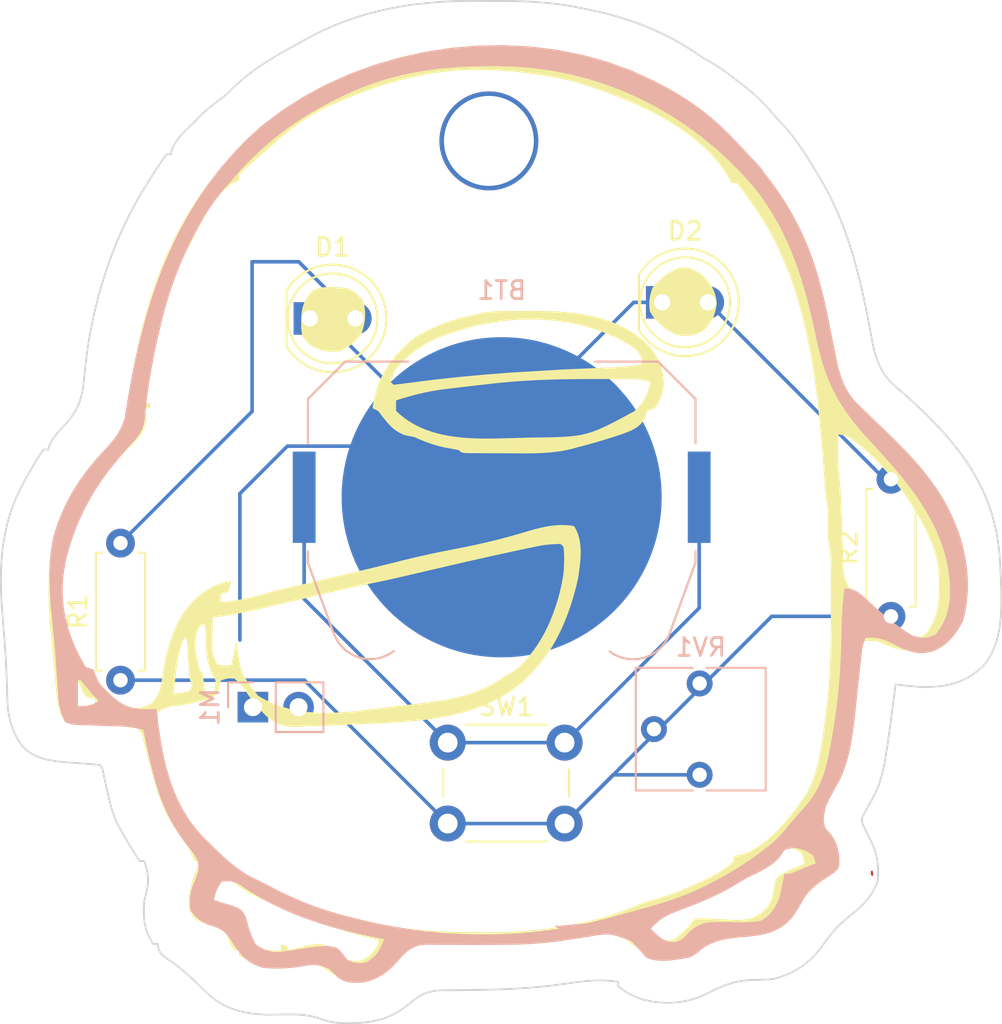
<source format=kicad_pcb>
(kicad_pcb (version 20241229) (generator "pcbnew") (generator_version "9.0")
  (layers (0 "F.Cu" signal) (2 "B.Cu" signal) (13 "F.Paste" user) (15 "B.Paste" user) (5 "F.SilkS" user "F.Silkscreen") (7 "B.SilkS" user "B.Silkscreen") (1 "F.Mask" user) (3 "B.Mask" user) (25 "Edge.Cuts" user))
  (net 0 "")
  (net 1 "Net-(BT1--)")
  (net 2 "Net-(BT1-+)")
  (net 3 "Net-(D1-A)")
  (net 4 "Net-(D2-A)")
  (net 5 "Net-(R1-Pad1)")
  (net 6 "Net-(M1-+)")
  (footprint "LED_THT:LED_D5.0mm" (layer "F.Cu") (at 186.375 87.42)
    (property "Reference" "D1")
    (property "Value" "LED")
  )
  (footprint "LED_THT:LED_D5.0mm" (layer "F.Cu") (at 205.98 86.52541)
    (property "Reference" "D2")
    (property "Value" "LED")
  )
  (footprint "Resistor_THT:R_Axial_DIN0207_L6.3mm_D2.5mm_P7.62mm_Horizontal" (layer "F.Cu") (at 175.85 107.53 90)
    (property "Reference" "R1")
    (property "Value" "R")
  )
  (footprint "Button_Switch_THT:SW_PUSH_6mm" (layer "F.Cu") (at 194.05 111)
    (property "Reference" "SW1")
    (property "Value" "SW_Push")
  )
  (footprint "Resistor_THT:R_Axial_DIN0207_L6.3mm_D2.5mm_P7.62mm_Horizontal" (layer "F.Cu") (at 218.7 103.98 90)
    (property "Reference" "R2")
    (property "Value" "R")
  )
  (footprint "Potentiometer_THT:Potentiometer_Vishay_T73YP_Vertical" (layer "B.Cu") (at 208.06 112.79 180)
    (property "Reference" "RV1")
    (property "Value" "R_Potentiometer")
  )
  (footprint "Connector_PinHeader_2.54mm:PinHeader_1x02_P2.54mm_Vertical" (layer "B.Cu") (at 183.215 109.03 -90)
    (property "Reference" "M1")
    (property "Value" "Motor_DC")
  )
  (footprint "Battery:BatteryHolder_Keystone_3034_1x20mm" (layer "B.Cu") (at 197.050103 97.36 180)
    (property "Reference" "BT1")
    (property "Value" "Battery_Cell")
  )
  (gr_line (start 217.64101 118.182505) (end 217.655882 118.351009) (stroke (width 0.1)) (layer "F.Cu"))
  (gr_line (start 217.64101 118.182505) (end 217.655882 118.351009) (stroke (width 0.1)) (layer "F.Cu"))
  (gr_line (start 217.64101 118.182505) (end 217.655882 118.351009) (stroke (width 0.1)) (layer "F.Cu"))
  (gr_line (start 217.64101 118.182505) (end 217.655882 118.351009) (stroke (width 0.1)) (layer "F.Cu"))
  (gr_poly (pts (xy 197.649433 72.587763) (xy 199.198299 72.7745) (xy 200.728716 73.072595) (xy 202.23052 73.47985) (xy 203.693543 73.994066) (xy 205.107618 74.613043) (xy 206.462579 75.334583) (xy 207.748259 76.156486) (xy 208.954492 77.076554) (xy 209.272198 77.35854) (xy 209.580242 77.647741) (xy 209.878849 77.944015) (xy 210.168246 78.247218) (xy 210.448661 78.557209) (xy 210.720319 78.873845) (xy 210.983449 79.196985) (xy 211.238275 79.526485) (xy 211.485026 79.862205) (xy 211.723928 80.204001) (xy 211.955207 80.551732) (xy 212.179091 80.905254) (xy 212.395805 81.264427) (xy 212.605578 81.629107) (xy 212.808635 81.999153) (xy 213.005203 82.374421) (xy 213.239966 82.827469) (xy 213.412363 83.208515) (xy 213.572748 83.595146) (xy 213.721874 83.986848) (xy 213.860494 84.383107) (xy 213.989362 84.783408) (xy 214.10923 85.187238) (xy 214.324983 86.003424) (xy 214.513778 86.827552) (xy 214.681643 87.655508) (xy 214.978686 89.306448) (xy 215.001065 89.423477) (xy 215.024627 89.539891) (xy 215.075096 89.771383) (xy 215.129692 90.001931) (xy 215.188016 90.232547) (xy 215.25168 90.524724) (xy 215.291516 90.663939) (xy 215.336058 90.799928) (xy 215.385133 90.932809) (xy 215.438566 91.062698) (xy 215.557815 91.313967) (xy 215.692422 91.554669) (xy 215.840998 91.785738) (xy 216.002159 92.008107) (xy 216.174518 92.222711) (xy 216.356689 92.430483) (xy 216.547285 92.632357) (xy 216.744921 92.829267) (xy 216.94821 93.022147) (xy 217.155766 93.211931) (xy 218.000941 93.958781) (xy 218.447161 94.377888) (xy 218.873999 94.806882) (xy 219.280625 95.246208) (xy 219.66621 95.696305) (xy 220.029922 96.157618) (xy 220.370932 96.630588) (xy 220.688411 97.115658) (xy 220.981527 97.613269) (xy 221.24945 98.123865) (xy 221.491351 98.647887) (xy 221.706399 99.185778) (xy 221.893765 99.73798) (xy 222.052618 100.304936) (xy 222.182128 100.887087) (xy 222.281465 101.484877) (xy 222.349798 102.098747) (xy 222.35859 102.501198) (xy 222.356824 102.705973) (xy 222.350112 102.912157) (xy 222.337827 103.119032) (xy 222.319339 103.32588) (xy 222.294022 103.531981) (xy 222.261246 103.736619) (xy 222.220384 103.939075) (xy 222.170808 104.13863) (xy 222.111888 104.334567) (xy 222.042998 104.526166) (xy 221.963509 104.712711) (xy 221.872792 104.893482) (xy 221.77022 105.067762) (xy 221.655165 105.234832) (xy 221.525353 105.343021) (xy 221.395511 105.438984) (xy 221.265296 105.523372) (xy 221.134363 105.596834) (xy 221.002369 105.660023) (xy 220.86897 105.713586) (xy 220.73382 105.758176) (xy 220.596578 105.794443) (xy 220.456897 105.823035) (xy 220.314434 105.844605) (xy 220.168846 105.859803) (xy 220.019787 105.869277) (xy 219.866915 105.87368) (xy 219.709884 105.873662) (xy 219.548351 105.869871) (xy 219.381971 105.86296) (xy 219.284963 105.847233) (xy 219.190014 105.8287) (xy 219.096904 105.807526) (xy 219.005411 105.783874) (xy 218.915313 105.75791) (xy 218.826388 105.729798) (xy 218.738415 105.699702) (xy 218.651172 105.667787) (xy 218.477989 105.599157) (xy 218.305067 105.525225) (xy 217.952908 105.366713) (xy 217.788338 105.355422) (xy 217.624528 105.348366) (xy 217.46122 105.34504) (xy 217.298157 105.34494) (xy 217.135083 105.347561) (xy 216.971741 105.352401) (xy 216.643221 105.366713) (xy 216.561336 105.758344) (xy 216.486666 106.14982) (xy 216.418531 106.541465) (xy 216.356252 106.933604) (xy 216.299148 107.326562) (xy 216.246539 107.720664) (xy 216.152089 108.513599) (xy 216.054934 109.266632) (xy 215.941289 110.006283) (xy 215.80567 110.733988) (xy 215.727905 111.093808) (xy 215.642589 111.451179) (xy 215.549036 111.80628) (xy 215.44656 112.159291) (xy 215.334477 112.51039) (xy 215.212099 112.859756) (xy 215.078741 113.207569) (xy 214.933718 113.554008) (xy 214.776343 113.899253) (xy 214.605932 114.243482) (xy 214.563747 114.33315) (xy 214.526935 114.422475) (xy 214.49529 114.511567) (xy 214.468606 114.600535) (xy 214.446676 114.68949) (xy 214.429296 114.778542) (xy 214.416259 114.867803) (xy 214.407359 114.957381) (xy 214.402391 115.047388) (xy 214.401149 115.137933) (xy 214.403427 115.229127) (xy 214.409018 115.32108) (xy 214.417718 115.413903) (xy 214.42932 115.507706) (xy 214.443619 115.602599) (xy 214.460409 115.698692) (xy 214.53968 115.843573) (xy 214.621092 115.985666) (xy 214.704684 116.125433) (xy 214.790498 116.263331) (xy 214.878571 116.399822) (xy 214.968944 116.535364) (xy 215.061657 116.670418) (xy 215.15675 116.805443) (xy 215.215079 116.921194) (xy 215.238633 116.969471) (xy 215.258767 117.012764) (xy 215.275724 117.052133) (xy 215.289745 117.08864) (xy 215.301071 117.123345) (xy 215.309944 117.157308) (xy 215.316606 117.191592) (xy 215.321297 117.227256) (xy 215.32426 117.265361) (xy 215.325736 117.306969) (xy 215.325966 117.353139) (xy 215.325192 117.404934) (xy 215.321596 117.529639) (xy 215.291574 117.605336) (xy 215.261023 117.675593) (xy 215.2297 117.740953) (xy 215.197365 117.801955) (xy 215.163774 117.85914) (xy 215.128687 117.913048) (xy 215.091861 117.964219) (xy 215.053056 118.013196) (xy 215.012028 118.060517) (xy 214.968537 118.106723) (xy 214.922341 118.152356) (xy 214.873197 118.197955) (xy 214.820864 118.244061) (xy 214.7651 118.291215) (xy 214.642313 118.390827) (xy 214.322846 118.655718) (xy 214.023848 118.900149) (xy 213.935904 118.981097) (xy 213.850888 119.062152) (xy 213.768606 119.143478) (xy 213.688865 119.225242) (xy 213.61147 119.307609) (xy 213.536229 119.390744) (xy 213.462948 119.474813) (xy 213.391434 119.559982) (xy 213.321492 119.646416) (xy 213.252929 119.734281) (xy 213.185552 119.823742) (xy 213.119168 119.914965) (xy 212.988601 120.103359) (xy 212.85968 120.300788) (xy 212.78142 120.417918) (xy 212.705143 120.52785) (xy 212.629985 120.630835) (xy 212.555078 120.727126) (xy 212.479559 120.816977) (xy 212.40256 120.900638) (xy 212.323215 120.978364) (xy 212.240659 121.050406) (xy 212.154027 121.117017) (xy 212.062451 121.17845) (xy 211.965066 121.234957) (xy 211.861007 121.286791) (xy 211.749407 121.334204) (xy 211.6294 121.37745) (xy 211.500121 121.41678) (xy 211.360704 121.452446) (xy 210.91972 121.533163) (xy 210.478065 121.605084) (xy 210.035198 121.669327) (xy 209.590576 121.727006) (xy 209.085232 121.792374) (xy 208.617406 121.845808) (xy 208.529202 121.871007) (xy 208.447764 121.897843) (xy 208.372382 121.926481) (xy 208.302346 121.957087) (xy 208.236949 121.989827) (xy 208.175481 122.024866) (xy 208.117233 122.06237) (xy 208.061496 122.102505) (xy 208.007562 122.145436) (xy 207.954721 122.19133) (xy 207.902264 122.24035) (xy 207.849482 122.292665) (xy 207.740109 122.407835) (xy 207.620929 122.538167) (xy 207.444352 122.602064) (xy 207.270717 122.659094) (xy 207.099616 122.708985) (xy 206.930639 122.751462) (xy 206.763377 122.786253) (xy 206.597421 122.813086) (xy 206.432362 122.831687) (xy 206.267791 122.841784) (xy 206.103299 122.843103) (xy 205.938477 122.835372) (xy 205.772916 122.818317) (xy 205.606206 122.791667) (xy 205.437938 122.755147) (xy 205.267705 122.708486) (xy 205.095095 122.651409) (xy 204.919701 122.583645) (xy 204.759542 122.505899) (xy 204.68579 122.467744) (xy 204.615581 122.429606) (xy 204.548406 122.391138) (xy 204.483759 122.351993) (xy 204.421132 122.311823) (xy 204.360017 122.270282) (xy 204.299908 122.227022) (xy 204.240297 122.181697) (xy 204.180676 122.13396) (xy 204.120539 122.083463) (xy 204.059378 122.029861) (xy 203.996685 121.972805) (xy 203.864676 121.846945) (xy 203.775056 121.787001) (xy 203.684209 121.73266) (xy 203.592189 121.683715) (xy 203.499051 121.639957) (xy 203.40485 121.601179) (xy 203.309641 121.567171) (xy 203.213477 121.537727) (xy 203.116415 121.512637) (xy 202.919811 121.474692) (xy 202.720265 121.45167) (xy 202.518217 121.441908) (xy 202.314102 121.44374) (xy 202.108358 121.455503) (xy 201.901423 121.475531) (xy 201.693734 121.502162) (xy 201.485728 121.533729) (xy 200.659283 121.676081) (xy 200.18263 121.748421) (xy 199.707366 121.812426) (xy 199.232777 121.868096) (xy 198.758149 121.915432) (xy 198.282771 121.954435) (xy 197.805929 121.985106) (xy 197.32691 122.007446) (xy 196.845 122.021455) (xy 196.40109 122.031639) (xy 195.501223 122.048676) (xy 194.601257 122.05894) (xy 194.266238 122.062906) (xy 193.931347 122.068969) (xy 193.261549 122.085124) (xy 192.855459 122.082052) (xy 192.711395 122.088567) (xy 192.575951 122.098272) (xy 192.448274 122.111621) (xy 192.327511 122.129064) (xy 192.212809 122.151051) (xy 192.103317 122.178036) (xy 191.998181 122.210468) (xy 191.896548 122.248799) (xy 191.797567 122.29348) (xy 191.700384 122.344963) (xy 191.604146 122.403698) (xy 191.508002 122.470138) (xy 191.411098 122.544733) (xy 191.312582 122.627934) (xy 191.211601 122.720194) (xy 191.107302 122.821962) (xy 190.594994 123.411293) (xy 190.472386 123.497744) (xy 190.349484 123.580381) (xy 190.226054 123.658883) (xy 190.101863 123.732928) (xy 189.976675 123.802196) (xy 189.850256 123.866367) (xy 189.722371 123.925118) (xy 189.592785 123.97813) (xy 189.461266 124.025081) (xy 189.327576 124.065651) (xy 189.191483 124.099518) (xy 189.052752 124.126363) (xy 188.911148 124.145863) (xy 188.766436 124.157698) (xy 188.618383 124.161547) (xy 188.466753 124.15709) (xy 188.376862 124.140018) (xy 188.29081 124.120917) (xy 188.2082 124.099735) (xy 188.128632 124.07642) (xy 188.051709 124.050921) (xy 187.977033 124.023184) (xy 187.904205 123.993159) (xy 187.832826 123.960794) (xy 187.7625 123.926036) (xy 187.692826 123.888834) (xy 187.623408 123.849136) (xy 187.553847 123.80689) (xy 187.483744 123.762044) (xy 187.412702 123.714546) (xy 187.266204 123.611387) (xy 187.198368 123.566223) (xy 187.130978 123.524921) (xy 187.063984 123.487347) (xy 186.997335 123.453366) (xy 186.930981 123.422841) (xy 186.864871 123.395639) (xy 186.798954 123.371623) (xy 186.733178 123.350658) (xy 186.601852 123.317342) (xy 186.470484 123.294608) (xy 186.33867 123.281375) (xy 186.206003 123.276561) (xy 186.072076 123.279084) (xy 185.936484 123.287862) (xy 185.79882 123.301812) (xy 185.658678 123.319854) (xy 185.065204 123.411293) (xy 184.871754 123.425638) (xy 184.686919 123.434543) (xy 184.509702 123.437725) (xy 184.339106 123.434899) (xy 184.174136 123.425783) (xy 184.013795 123.410092) (xy 183.857087 123.387543) (xy 183.703016 123.357853) (xy 183.550585 123.320737) (xy 183.398799 123.275913) (xy 183.246661 123.223097) (xy 183.093175 123.162005) (xy 182.937345 123.092354) (xy 182.778175 123.01386) (xy 182.614668 122.926239) (xy 182.445828 122.829209) (xy 182.445828 122.538167) (xy 182.154786 122.538167) (xy 182.010686 122.261338) (xy 181.902398 122.04931) (xy 181.824806 121.888442) (xy 181.795922 121.82293) (xy 181.772794 121.765091) (xy 181.754781 121.713221) (xy 181.741245 121.665614) (xy 181.731546 121.620565) (xy 181.725045 121.576369) (xy 181.721101 121.53132) (xy 181.719076 121.483713) (xy 181.718223 121.374003) (xy 181.42036 121.298968) (xy 180.955822 121.171843) (xy 180.602654 121.069456) (xy 180.461464 121.024083) (xy 180.340473 120.980747) (xy 180.237133 120.938067) (xy 180.148895 120.89466) (xy 180.073212 120.849143) (xy 180.007536 120.800135) (xy 179.949318 120.746253) (xy 179.896011 120.686115) (xy 179.845067 120.618339) (xy 179.793938 120.541542) (xy 179.680932 120.355359) (xy 179.659686 120.16676) (xy 179.649118 119.982524) (xy 179.648587 119.802165) (xy 179.65745 119.6252) (xy 179.675066 119.451147) (xy 179.692221 119.33671) (xy 180.8451 119.33671) (xy 180.990621 119.773275) (xy 181.08787 119.810189) (xy 181.16515 119.838789) (xy 181.229922 119.861207) (xy 181.259948 119.870764) (xy 181.289645 119.879575) (xy 181.319945 119.887906) (xy 181.351781 119.896024) (xy 181.423791 119.912686) (xy 181.513134 119.931692) (xy 181.627273 119.955174) (xy 181.817602 120.013837) (xy 181.898212 120.040507) (xy 181.970543 120.066684) (xy 182.035667 120.093327) (xy 182.094654 120.121397) (xy 182.148571 120.151854) (xy 182.198491 120.18566) (xy 182.222285 120.204118) (xy 182.245481 120.223774) (xy 182.290612 120.267156) (xy 182.334953 120.316767) (xy 182.379574 120.373568) (xy 182.425545 120.438519) (xy 182.473936 120.51258) (xy 182.525816 120.596712) (xy 182.582254 120.691874) (xy 182.653714 120.943372) (xy 182.723168 121.195442) (xy 182.790377 121.448116) (xy 182.855106 121.701426) (xy 182.903731 121.844938) (xy 182.925053 121.903923) (xy 182.945499 121.955709) (xy 182.965909 122.001282) (xy 182.987122 122.041627) (xy 182.998292 122.060147) (xy 183.009978 122.07773) (xy 183.022284 122.094499) (xy 183.035316 122.110578) (xy 183.049178 122.126089) (xy 183.063975 122.141155) (xy 183.079813 122.155901) (xy 183.096795 122.170449) (xy 183.134616 122.199445) (xy 183.178275 122.229128) (xy 183.228614 122.260485) (xy 183.28647 122.294502) (xy 183.428094 122.374458) (xy 183.517342 122.404285) (xy 183.603986 122.431047) (xy 183.688437 122.454842) (xy 183.771108 122.475766) (xy 183.85241 122.493916) (xy 183.932755 122.509388) (xy 184.012554 122.52228) (xy 184.09222 122.532688) (xy 184.172164 122.54071) (xy 184.252799 122.546442) (xy 184.334535 122.54998) (xy 184.417786 122.551423) (xy 184.502962 122.550866) (xy 184.590475 122.548406) (xy 184.774162 122.538167) (xy 184.774162 122.247129) (xy 185.065204 122.247129) (xy 185.210725 122.538167) (xy 185.738237 122.392648) (xy 186.061604 122.316047) (xy 186.311115 122.259545) (xy 186.413704 122.238299) (xy 186.504464 122.221438) (xy 186.585606 122.208749) (xy 186.659343 122.200019) (xy 186.727885 122.195036) (xy 186.793445 122.193585) (xy 186.858234 122.195453) (xy 186.924463 122.200428) (xy 187.070089 122.218845) (xy 187.248016 122.247129) (xy 187.411736 122.355175) (xy 187.573873 122.465618) (xy 187.734518 122.578229) (xy 187.893764 122.692783) (xy 188.05731 122.807577) (xy 188.13045 122.856986) (xy 188.199359 122.901433) (xy 188.26518 122.941194) (xy 188.329058 122.976541) (xy 188.392136 123.007749) (xy 188.455557 123.035092) (xy 188.520464 123.058843) (xy 188.588002 123.079277) (xy 188.659314 123.096666) (xy 188.735543 123.111286) (xy 188.817832 123.123409) (xy 188.907326 123.133309) (xy 189.005168 123.141261) (xy 189.112501 123.147539) (xy 189.210986 123.109304) (xy 189.301976 123.070655) (xy 189.386129 123.031165) (xy 189.464107 122.990407) (xy 189.53657 122.947955) (xy 189.604176 122.903381) (xy 189.667588 122.85626) (xy 189.727465 122.806165) (xy 189.784466 122.752668) (xy 189.839253 122.695344) (xy 189.892485 122.633766) (xy 189.944823 122.567506) (xy 189.996926 122.49614) (xy 190.049455 122.419239) (xy 190.10307 122.336378) (xy 190.158431 122.247129) (xy 190.158431 121.956087) (xy 189.650815 121.837852) (xy 189.036009 121.680166) (xy 188.431684 121.50843) (xy 187.835926 121.32278) (xy 187.246819 121.123352) (xy 186.662449 120.910281) (xy 186.080902 120.683705) (xy 185.500263 120.443759) (xy 184.918617 120.190579) (xy 184.781586 120.131929) (xy 184.644024 120.074923) (xy 184.367488 119.964961) (xy 184.089385 119.858935) (xy 183.810086 119.755084) (xy 183.694643 119.708496) (xy 183.581392 119.659609) (xy 183.470157 119.608505) (xy 183.360761 119.555267) (xy 183.25303 119.499976) (xy 183.146787 119.442713) (xy 182.938062 119.3226) (xy 182.733178 119.195583) (xy 182.530728 119.062314) (xy 182.329304 118.923448) (xy 182.127501 118.779639) (xy 182.044533 118.727768) (xy 181.969997 118.685251) (xy 181.935544 118.667444) (xy 181.902783 118.65191) (xy 181.871575 118.638625) (xy 181.841781 118.627569) (xy 181.813264 118.618717) (xy 181.785884 118.612049) (xy 181.759503 118.607543) (xy 181.733982 118.605175) (xy 181.709183 118.604925) (xy 181.684966 118.606769) (xy 181.661194 118.610686) (xy 181.637727 118.616653) (xy 181.614428 118.624648) (xy 181.591156 118.63465) (xy 181.567775 118.646636) (xy 181.544145 118.660583) (xy 181.520127 118.67647) (xy 181.495583 118.694275) (xy 181.444362 118.735548) (xy 181.389374 118.784225) (xy 181.329508 118.84013) (xy 181.190711 118.97291) (xy 180.8451 119.33671) (xy 179.692221 119.33671) (xy 179.700794 119.279522) (xy 179.733991 119.109841) (xy 179.774016 118.941622) (xy 179.820227 118.77438) (xy 179.871982 118.607633) (xy 179.928641 118.440896) (xy 179.98956 118.273688) (xy 180.121616 117.93592) (xy 180.263016 117.590462) (xy 179.971974 117.590462) (xy 179.735503 117.08114) (xy 179.652269 116.918192) (xy 179.566485 116.761391) (xy 179.477512 116.609664) (xy 179.384711 116.461943) (xy 179.287441 116.317154) (xy 179.185063 116.174229) (xy 179.076937 116.032096) (xy 178.962423 115.889684) (xy 178.827101 115.704815) (xy 178.701039 115.515705) (xy 178.583632 115.322634) (xy 178.474279 115.12588) (xy 178.372374 114.925721) (xy 178.277313 114.722438) (xy 178.188493 114.516309) (xy 178.10531 114.307613) (xy 178.027161 114.096628) (xy 177.95344 113.883634) (xy 177.816871 113.452733) (xy 177.690772 113.017141) (xy 177.570312 112.579089) (xy 177.456055 112.161105) (xy 177.346503 111.746371) (xy 177.240616 111.330683) (xy 177.138297 110.944821) (xy 177.050722 110.597965) (xy 177.018077 110.532519) (xy 176.985305 110.473463) (xy 176.952086 110.420274) (xy 176.935208 110.395714) (xy 176.9181 110.372424) (xy 176.900719 110.350337) (xy 176.883027 110.329388) (xy 176.864983 110.309511) (xy 176.846547 110.29064) (xy 176.827679 110.27271) (xy 176.80834 110.255656) (xy 176.788488 110.23941) (xy 176.768085 110.223908) (xy 176.725464 110.194872) (xy 176.680156 110.168021) (xy 176.63184 110.142831) (xy 176.580197 110.118775) (xy 176.524907 110.095327) (xy 176.46565 110.071963) (xy 176.333954 110.02338) (xy 176.218837 110.013602) (xy 176.12779 110.006505) (xy 176.052393 110.001985) (xy 175.984224 109.999933) (xy 175.914865 110.000243) (xy 175.835896 110.00281) (xy 175.615444 110.014283) (xy 175.139845 110.018833) (xy 174.664871 110.018494) (xy 174.189968 110.011501) (xy 173.714578 109.996092) (xy 173.241636 109.980747) (xy 173.10903 109.94621) (xy 173.054367 109.931104) (xy 173.006168 109.916663) (xy 172.963461 109.902305) (xy 172.925275 109.887449) (xy 172.890638 109.871512) (xy 172.858578 109.853912) (xy 172.828123 109.834067) (xy 172.798302 109.811395) (xy 172.768143 109.785314) (xy 172.736674 109.755242) (xy 172.702923 109.720597) (xy 172.66592 109.680797) (xy 172.578266 109.583404) (xy 172.538893 109.480714) (xy 172.503015 109.37839) (xy 172.470423 109.276321) (xy 172.440907 109.174396) (xy 172.414257 109.072505) (xy 172.390263 108.970538) (xy 172.368716 108.868385) (xy 172.349405 108.765936) (xy 172.316656 108.559705) (xy 172.290337 108.350964) (xy 172.268769 108.138831) (xy 172.250275 107.922422) (xy 172.217092 107.558405) (xy 172.216299 107.549526) (xy 173.278016 107.549526) (xy 173.423536 109.004731) (xy 174.442182 108.859212) (xy 174.442182 108.56817) (xy 174.16933 108.540883) (xy 174.06694 108.501145) (xy 174.024885 108.483668) (xy 173.987998 108.466843) (xy 173.955588 108.449966) (xy 173.940845 108.441286) (xy 173.926962 108.432329) (xy 173.913851 108.423005) (xy 173.901426 108.413226) (xy 173.889601 108.402904) (xy 173.878289 108.391952) (xy 173.867403 108.38028) (xy 173.856857 108.3678) (xy 173.846564 108.354424) (xy 173.836438 108.340064) (xy 173.816338 108.308038) (xy 173.795865 108.271017) (xy 173.774327 108.228293) (xy 173.751029 108.179161) (xy 173.696388 108.058848) (xy 173.569057 107.695045) (xy 173.278016 107.549526) (xy 172.216299 107.549526) (xy 172.182608 107.172126) (xy 172.149163 106.785752) (xy 172.09263 106.18202) (xy 172.031425 105.578741) (xy 171.909086 104.20337) (xy 171.868709 103.541068) (xy 171.846231 102.893796) (xy 171.845036 102.406317) (xy 172.429611 102.406317) (xy 172.434087 102.739966) (xy 172.457627 103.072457) (xy 172.499211 103.40339) (xy 172.557819 103.732368) (xy 172.632435 104.058992) (xy 172.722037 104.382864) (xy 172.825608 104.703583) (xy 172.942129 105.020753) (xy 173.07058 105.333975) (xy 173.209943 105.642849) (xy 173.359199 105.946978) (xy 173.51733 106.245962) (xy 173.683315 106.539403) (xy 173.772654 106.65451) (xy 173.863194 106.766696) (xy 173.955122 106.876416) (xy 174.048627 106.984128) (xy 174.143897 107.090286) (xy 174.241121 107.195348) (xy 174.340486 107.299768) (xy 174.442182 107.404003) (xy 174.710846 107.722026) (xy 174.978791 108.040658) (xy 175.161989 108.249795) (xy 175.249973 108.346004) (xy 175.336759 108.436583) (xy 175.423258 108.521487) (xy 175.510378 108.600673) (xy 175.59903 108.674097) (xy 175.690122 108.741715) (xy 175.784566 108.803483) (xy 175.88327 108.859358) (xy 175.934503 108.885072) (xy 175.987143 108.909296) (xy 176.041303 108.932025) (xy 176.097097 108.953253) (xy 176.154638 108.972975) (xy 176.21404 108.991186) (xy 176.275416 109.007879) (xy 176.338881 109.02305) (xy 176.404549 109.036693) (xy 176.472532 109.048803) (xy 176.6159 109.0684) (xy 176.690815 109.069573) (xy 176.761163 109.068459) (xy 176.827521 109.065029) (xy 176.890469 109.059251) (xy 176.950583 109.051097) (xy 177.008443 109.040537) (xy 177.064625 109.027542) (xy 177.11971 109.012082) (xy 177.174273 108.994128) (xy 177.228895 108.973649) (xy 177.284152 108.950617) (xy 177.340623 108.925001) (xy 177.398885 108.896773) (xy 177.459518 108.865902) (xy 177.590207 108.796115) (xy 177.677583 108.695833) (xy 177.754871 108.595739) (xy 177.822857 108.495521) (xy 177.882323 108.394871) (xy 177.934053 108.293476) (xy 177.941198 108.277128) (xy 178.807807 108.277128) (xy 179.064614 108.246837) (xy 179.157806 108.234433) (xy 179.241167 108.221582) (xy 179.324928 108.206579) (xy 179.419321 108.187719) (xy 179.680932 108.131605) (xy 179.826453 107.840568) (xy 179.680932 107.404003) (xy 179.657191 107.124263) (xy 179.635598 106.844898) (xy 179.616207 106.565413) (xy 179.599077 106.285313) (xy 179.580035 105.975795) (xy 179.55596 105.568687) (xy 180.017071 105.568687) (xy 180.021646 105.719698) (xy 180.033764 105.871046) (xy 180.05263 106.02306) (xy 180.077448 106.176067) (xy 180.107425 106.330393) (xy 180.179673 106.644314) (xy 180.263016 106.967442) (xy 180.408537 107.112961) (xy 180.447753 107.367207) (xy 180.485119 107.621739) (xy 180.520574 107.876542) (xy 180.554058 108.131605) (xy 180.990621 108.277128) (xy 181.028895 108.170013) (xy 181.058021 108.08457) (xy 181.069686 108.047311) (xy 181.079703 108.012272) (xy 181.088285 107.978388) (xy 181.095646 107.944592) (xy 181.101999 107.90982) (xy 181.107556 107.873004) (xy 181.112532 107.83308) (xy 181.117139 107.788981) (xy 181.126099 107.683998) (xy 181.136142 107.549526) (xy 180.926954 107.158439) (xy 180.880758 107.056096) (xy 180.83925 106.955085) (xy 180.802161 106.855137) (xy 180.769221 106.755983) (xy 180.740162 106.657355) (xy 180.714713 106.558985) (xy 180.692605 106.460604) (xy 180.673569 106.361944) (xy 180.657336 106.262737) (xy 180.643635 106.162715) (xy 180.632198 106.061608) (xy 180.622755 105.959149) (xy 180.608772 105.749101) (xy 180.60321 105.617487) (xy 180.964329 105.617487) (xy 180.96556 105.704441) (xy 180.968408 105.78645) (xy 180.973293 105.864316) (xy 180.980637 105.938839) (xy 180.990858 106.01082) (xy 181.004377 106.08106) (xy 181.021614 106.150359) (xy 181.04299 106.219519) (xy 181.068923 106.289341) (xy 181.099834 106.360625) (xy 181.136143 106.434172) (xy 181.178271 106.510783) (xy 181.226636 106.591258) (xy 181.28166 106.6764) (xy 181.406456 106.688351) (xy 181.504528 106.696888) (xy 181.584403 106.702009) (xy 181.620182 106.70329) (xy 181.654609 106.703717) (xy 181.68875 106.70329) (xy 181.723672 106.702009) (xy 181.800117 106.696888) (xy 181.892473 106.688351) (xy 182.009265 106.6764) (xy 182.300307 105.366713) (xy 182.343509 105.675945) (xy 182.419973 106.184904) (xy 182.454486 106.395346) (xy 182.488778 106.581726) (xy 182.52454 106.748014) (xy 182.563466 106.898182) (xy 182.607248 107.036199) (xy 182.65758 107.166038) (xy 182.716153 107.291669) (xy 182.784662 107.417063) (xy 182.864799 107.546192) (xy 182.958256 107.683026) (xy 183.066727 107.831537) (xy 183.191904 107.995695) (xy 183.499148 108.386837) (xy 183.710917 108.513965) (xy 183.924903 108.630321) (xy 184.14101 108.736287) (xy 184.359139 108.832246) (xy 184.801076 108.995673) (xy 185.249938 109.123661) (xy 185.704947 109.21927) (xy 186.165324 109.285558) (xy 186.630293 109.325585) (xy 187.099076 109.34241) (xy 187.570893 109.339094) (xy 188.044969 109.318695) (xy 188.520525 109.284272) (xy 188.996783 109.238886) (xy 190.893283 109.00889) (xy 191.513668 108.93585) (xy 192.134331 108.865179) (xy 192.844734 108.779828) (xy 193.529643 108.684331) (xy 193.863571 108.629207) (xy 194.192366 108.567263) (xy 194.516441 108.497069) (xy 194.83621 108.417199) (xy 195.152086 108.326223) (xy 195.464483 108.222714) (xy 195.773814 108.105243) (xy 196.080493 107.972383) (xy 196.384932 107.822705) (xy 196.687546 107.654781) (xy 196.988748 107.467183) (xy 197.288951 107.258484) (xy 197.743706 107.003822) (xy 197.890051 106.884762) (xy 198.032294 106.760024) (xy 198.30455 106.494493) (xy 198.560634 106.209171) (xy 198.800704 105.906003) (xy 199.02492 105.58693) (xy 199.233441 105.253896) (xy 199.426425 104.908844) (xy 199.604033 104.553717) (xy 199.766422 104.190458) (xy 199.913753 103.821011) (xy 200.046184 103.447317) (xy 200.163874 103.071321) (xy 200.266983 102.694965) (xy 200.35567 102.320193) (xy 200.430093 101.948947) (xy 200.490412 101.58317) (xy 200.502459 101.400482) (xy 200.512462 101.218371) (xy 200.519722 101.03666) (xy 200.52354 100.855175) (xy 200.523218 100.673739) (xy 200.518055 100.492175) (xy 200.507352 100.310308) (xy 200.490412 100.127962) (xy 200.463827 100.095725) (xy 200.44007 100.067543) (xy 200.418439 100.043182) (xy 200.408202 100.032359) (xy 200.398234 100.022402) (xy 200.388447 100.013282) (xy 200.378753 100.004968) (xy 200.369065 99.997432) (xy 200.359295 99.990644) (xy 200.349356 99.984573) (xy 200.339159 99.979191) (xy 200.328617 99.974467) (xy 200.317643 99.970373) (xy 200.306149 99.966878) (xy 200.294047 99.963954) (xy 200.28125 99.961569) (xy 200.267669 99.959696) (xy 200.253218 99.958303) (xy 200.237808 99.957362) (xy 200.221352 99.956844) (xy 200.203762 99.956717) (xy 200.164831 99.957522) (xy 200.120314 99.959542) (xy 200.011713 99.966276) (xy 199.878836 99.973058) (xy 199.748753 99.982411) (xy 199.620658 99.99439) (xy 199.493743 100.009048) (xy 199.367203 100.026441) (xy 199.240232 100.046621) (xy 199.112022 100.069643) (xy 198.981768 100.095562) (xy 198.599565 100.17468) (xy 198.180267 100.264388) (xy 197.734256 100.358357) (xy 196.402848 100.648902) (xy 195.073576 100.949082) (xy 192.418623 101.565229) (xy 192.057503 101.649402) (xy 191.390403 101.80567) (xy 190.97781 101.90012) (xy 190.564711 101.991039) (xy 190.150832 102.078352) (xy 189.735903 102.161983) (xy 189.177214 102.276284) (xy 188.620226 102.397166) (xy 188.064333 102.523062) (xy 187.50893 102.652406) (xy 187.099522 102.74799) (xy 185.820092 103.047475) (xy 184.532869 103.348512) (xy 183.736017 103.53509) (xy 183.052694 103.688747) (xy 182.711324 103.760393) (xy 182.369589 103.828258) (xy 182.02707 103.892097) (xy 181.683349 103.951668) (xy 181.338005 104.006724) (xy 180.990621 104.057022) (xy 180.98029 104.589068) (xy 180.97243 105.121145) (xy 180.965041 105.425543) (xy 180.964329 105.617487) (xy 180.60321 105.617487) (xy 180.599531 105.530422) (xy 180.584469 105.226876) (xy 180.568192 104.860277) (xy 180.554058 104.493587) (xy 180.263016 104.493587) (xy 180.192534 104.651395) (xy 180.135159 104.807251) (xy 180.090097 104.96148) (xy 180.056552 105.114411) (xy 180.033729 105.266371) (xy 180.020834 105.417688) (xy 180.017071 105.568687) (xy 179.55596 105.568687) (xy 179.535411 105.22119) (xy 179.38989 105.22119) (xy 179.336276 105.340446) (xy 179.287489 105.459171) (xy 179.243215 105.577533) (xy 179.203138 105.695695) (xy 179.166945 105.813825) (xy 179.13432 105.932087) (xy 179.10495 106.050647) (xy 179.078519 106.169671) (xy 179.033216 106.409773) (xy 178.995896 106.653719) (xy 178.964043 106.902832) (xy 178.935138 107.158439) (xy 178.897052 107.485005) (xy 178.851875 107.881005) (xy 178.807807 108.277128) (xy 177.941198 108.277128) (xy 177.978831 108.191026) (xy 178.01744 108.087211) (xy 178.050665 107.981721) (xy 178.079287 107.874244) (xy 178.104092 107.76447) (xy 178.125863 107.652088) (xy 178.145383 107.536789) (xy 178.216629 107.040199) (xy 178.333805 106.423931) (xy 178.402474 106.117394) (xy 178.479207 105.813174) (xy 178.565014 105.512207) (xy 178.660902 105.215435) (xy 178.767879 104.923793) (xy 178.886953 104.638222) (xy 179.019133 104.35966) (xy 179.165426 104.089045) (xy 179.326842 103.827316) (xy 179.504387 103.575412) (xy 179.69907 103.33427) (xy 179.9119 103.10483) (xy 180.143884 102.88803) (xy 180.39603 102.684809) (xy 180.58925 102.55923) (xy 180.778991 102.443155) (xy 180.873477 102.389092) (xy 180.968198 102.337896) (xy 181.063521 102.289732) (xy 181.159814 102.244763) (xy 181.257447 102.203154) (xy 181.356785 102.165069) (xy 181.458198 102.130671) (xy 181.562054 102.100125) (xy 181.668721 102.073594) (xy 181.778566 102.051242) (xy 181.891958 102.033234) (xy 182.009265 102.019733) (xy 181.994059 102.113383) (xy 181.981411 102.187422) (xy 181.969616 102.248671) (xy 181.956968 102.303952) (xy 181.941762 102.360085) (xy 181.922293 102.423893) (xy 181.896856 102.502197) (xy 181.863744 102.601817) (xy 181.427181 102.747336) (xy 181.427181 103.183901) (xy 181.800209 103.150531) (xy 182.165551 103.103265) (xy 182.525123 103.043263) (xy 182.88084 102.97168) (xy 183.23462 102.889677) (xy 183.588378 102.79841) (xy 183.94403 102.699039) (xy 184.303492 102.592719) (xy 184.453325 102.550572) (xy 184.60238 102.511063) (xy 184.75104 102.473861) (xy 184.899686 102.438631) (xy 185.198463 102.372757) (xy 185.501764 102.310775) (xy 186.037736 102.187481) (xy 186.573277 102.062366) (xy 186.88621 101.98887) (xy 187.542646 101.834386) (xy 188.521607 101.604486) (xy 189.946636 101.265864) (xy 190.658068 101.092276) (xy 191.368512 100.91429) (xy 192.158214 100.720745) (xy 192.949698 100.540927) (xy 193.744022 100.373946) (xy 194.542247 100.218912) (xy 195.048433 100.118996) (xy 195.551999 100.013215) (xy 196.053257 99.901246) (xy 196.552521 99.782766) (xy 197.050103 99.657453) (xy 197.546318 99.524984) (xy 198.041478 99.385036) (xy 198.535896 99.237286) (xy 198.84593 99.149234) (xy 199.158745 99.069282) (xy 199.316075 99.033482) (xy 199.473957 99.001074) (xy 199.632341 98.972514) (xy 199.791181 98.948257) (xy 199.950427 98.928759) (xy 200.110031 98.914475) (xy 200.269946 98.905862) (xy 200.430123 98.903374) (xy 200.590514 98.907468) (xy 200.751072 98.918599) (xy 200.911747 98.937222) (xy 201.072492 98.963794) (xy 201.121936 99.042036) (xy 201.167218 99.12198) (xy 201.20848 99.20354) (xy 201.245867 99.286626) (xy 201.309587 99.457023) (xy 201.359523 99.632463) (xy 201.396823 99.812236) (xy 201.422632 99.995635) (xy 201.438098 100.18195) (xy 201.444367 100.370472) (xy 201.442585 100.560493) (xy 201.433899 100.751304) (xy 201.419456 100.942197) (xy 201.400401 101.132463) (xy 201.353046 101.508277) (xy 201.301007 101.873077) (xy 201.216868 102.230913) (xy 201.124733 102.588251) (xy 201.024153 102.94433) (xy 200.91468 103.29839) (xy 200.795865 103.649671) (xy 200.66726 103.997413) (xy 200.528417 104.340857) (xy 200.378888 104.67924) (xy 200.218225 105.011805) (xy 200.045979 105.33779) (xy 199.861701 105.656435) (xy 199.664945 105.96698) (xy 199.455261 106.268665) (xy 199.232201 106.560731) (xy 198.995317 106.842416) (xy 198.74416 107.112961) (xy 198.435499 107.43356) (xy 198.182574 107.664873) (xy 197.920825 107.881033) (xy 197.650687 108.082586) (xy 197.372594 108.270076) (xy 197.086981 108.444048) (xy 196.794284 108.605048) (xy 196.189371 108.89031) (xy 195.561333 109.130223) (xy 194.913647 109.329149) (xy 194.24979 109.491446) (xy 193.57324 109.621476) (xy 192.887473 109.7236) (xy 192.195967 109.802179) (xy 191.5022 109.861571) (xy 190.809648 109.90614) (xy 188.12114 110.02338) (xy 187.590501 110.052296) (xy 187.234352 110.068805) (xy 186.878255 110.082836) (xy 186.165705 110.105235) (xy 185.743814 110.12776) (xy 185.605771 110.128383) (xy 185.474827 110.126142) (xy 185.350255 110.120598) (xy 185.231331 110.11131) (xy 185.117328 110.097838) (xy 185.007521 110.079742) (xy 184.901184 110.056581) (xy 184.797593 110.027916) (xy 184.696021 109.993305) (xy 184.595743 109.952309) (xy 184.496034 109.904488) (xy 184.396167 109.849401) (xy 184.295417 109.786609) (xy 184.19306 109.71567) (xy 184.088369 109.636145) (xy 183.980618 109.547593) (xy 183.845056 109.410626) (xy 183.712008 109.272345) (xy 183.581758 109.132237) (xy 183.454591 108.989787) (xy 183.330791 108.844479) (xy 183.210642 108.695801) (xy 183.094429 108.543236) (xy 183.037887 108.465336) (xy 182.982436 108.386271) (xy 182.859521 108.210384) (xy 182.761564 108.072691) (xy 182.678865 107.961682) (xy 182.640207 107.912586) (xy 182.601726 107.865845) (xy 182.56221 107.820019) (xy 182.520448 107.773669) (xy 182.425331 107.673644) (xy 182.306677 107.554259) (xy 182.154786 107.404003) (xy 182.026607 107.415291) (xy 181.926118 107.42514) (xy 181.844792 107.435256) (xy 181.808651 107.440947) (xy 181.774103 107.447345) (xy 181.740083 107.454661) (xy 181.705524 107.46311) (xy 181.669362 107.472905) (xy 181.630529 107.484259) (xy 181.54059 107.512496) (xy 181.427181 107.549526) (xy 181.336232 107.967896) (xy 181.269448 108.118311) (xy 181.240973 108.179782) (xy 181.214648 108.233295) (xy 181.189625 108.27975) (xy 181.165057 108.320048) (xy 181.140098 108.355088) (xy 181.127207 108.370917) (xy 181.113901 108.38577) (xy 181.100073 108.399759) (xy 181.085619 108.412996) (xy 181.070431 108.425593) (xy 181.054405 108.437664) (xy 181.019412 108.460676) (xy 180.979793 108.48293) (xy 180.934703 108.505328) (xy 180.883293 108.528769) (xy 180.758128 108.582383) (xy 180.555403 108.634782) (xy 180.352436 108.684636) (xy 180.149164 108.732135) (xy 179.945529 108.777473) (xy 179.536923 108.862436) (xy 179.126133 108.941067) (xy 178.911047 108.964742) (xy 178.742786 108.986008) (xy 178.671852 108.997036) (xy 178.607389 109.009021) (xy 178.547652 109.022481) (xy 178.490894 109.037937) (xy 178.435371 109.055908) (xy 178.379338 109.076914) (xy 178.321049 109.101474) (xy 178.258759 109.130107) (xy 178.115194 109.201675) (xy 177.934682 109.295773) (xy 177.94279 109.847883) (xy 177.976127 110.391467) (xy 178.034507 110.926379) (xy 178.117746 111.452476) (xy 178.22566 111.969613) (xy 178.358062 112.477645) (xy 178.51477 112.976429) (xy 178.695596 113.465818) (xy 178.900358 113.94567) (xy 179.12887 114.41584) (xy 179.380947 114.876182) (xy 179.656405 115.326553) (xy 179.955059 115.766808) (xy 180.276723 116.196802) (xy 180.621214 116.616392) (xy 180.988346 117.025432) (xy 181.151581 117.178025) (xy 181.318016 117.323852) (xy 181.487532 117.463366) (xy 181.660012 117.597022) (xy 181.835339 117.725273) (xy 182.013394 117.848574) (xy 182.19406 117.967379) (xy 182.377219 118.082141) (xy 182.562754 118.193316) (xy 182.750546 118.301356) (xy 183.132434 118.50985) (xy 183.521941 118.711257) (xy 183.918125 118.909208) (xy 184.056234 118.978535) (xy 184.193921 119.048705) (xy 184.331183 119.119702) (xy 184.46802 119.19151) (xy 185.025301 119.46889) (xy 185.599061 119.728109) (xy 186.187544 119.969292) (xy 186.788993 120.192562) (xy 187.401653 120.398043) (xy 188.023767 120.585857) (xy 188.653579 120.756128) (xy 189.289333 120.90898) (xy 189.929273 121.044537) (xy 190.571642 121.162921) (xy 191.214685 121.264256) (xy 191.856645 121.348666) (xy 192.495766 121.416275) (xy 193.130293 121.467204) (xy 193.758468 121.501579) (xy 194.378535 121.519522) (xy 194.692954 121.530252) (xy 195.92149 121.552618) (xy 197.170263 121.53186) (xy 197.798975 121.502857) (xy 198.428831 121.460128) (xy 199.058523 121.402693) (xy 199.686748 121.329569) (xy 200.312199 121.239776) (xy 200.933571 121.132333) (xy 201.17479 121.082961) (xy 205.001556 121.082961) (xy 205.052765 121.207557) (xy 205.077891 121.265078) (xy 205.103197 121.319755) (xy 205.129053 121.371842) (xy 205.155832 121.421596) (xy 205.183908 121.469271) (xy 205.213651 121.515123) (xy 205.245435 121.559407) (xy 205.279633 121.602379) (xy 205.316616 121.644294) (xy 205.356757 121.685407) (xy 205.400429 121.725973) (xy 205.448004 121.766248) (xy 205.499854 121.806487) (xy 205.556352 121.846945) (xy 205.698392 121.893681) (xy 205.764783 121.913677) (xy 205.82879 121.931391) (xy 205.890937 121.946794) (xy 205.951752 121.959861) (xy 206.01176 121.970564) (xy 206.071487 121.978876) (xy 206.131458 121.98477) (xy 206.1922 121.98822) (xy 206.254239 121.989199) (xy 206.318099 121.98768) (xy 206.384309 121.983637) (xy 206.453392 121.977041) (xy 206.525875 121.967867) (xy 206.602285 121.956087) (xy 206.779125 121.82473) (xy 206.862775 121.759906) (xy 206.943536 121.695164) (xy 207.021625 121.630141) (xy 207.097259 121.56447) (xy 207.170656 121.497788) (xy 207.242033 121.42973) (xy 207.311609 121.359929) (xy 207.379599 121.288023) (xy 207.446223 121.213646) (xy 207.511698 121.136432) (xy 207.576241 121.056017) (xy 207.640069 120.972037) (xy 207.7034 120.884126) (xy 207.766452 120.791919) (xy 207.869774 120.78018) (xy 207.952082 120.771649) (xy 208.021497 120.766185) (xy 208.053907 120.764559) (xy 208.086138 120.763648) (xy 208.119207 120.763434) (xy 208.154128 120.7639) (xy 208.233584 120.766799) (xy 208.332629 120.772206) (xy 208.459382 120.779981) (xy 208.880312 120.796183) (xy 209.317523 120.820364) (xy 209.754571 120.847342) (xy 210.018954 120.854517) (xy 210.143994 120.85547) (xy 210.264907 120.85381) (xy 210.382176 120.848895) (xy 210.496282 120.840083) (xy 210.607706 120.826731) (xy 210.716931 120.808197) (xy 210.824437 120.783838) (xy 210.930707 120.753013) (xy 211.036222 120.715078) (xy 211.141463 120.669392) (xy 211.246911 120.615312) (xy 211.35305 120.552195) (xy 211.460359 120.4794) (xy 211.569321 120.396284) (xy 211.634371 120.329045) (xy 211.69541 120.263361) (xy 211.752493 120.198748) (xy 211.805674 120.134724) (xy 211.855009 120.070807) (xy 211.900551 120.006513) (xy 211.942355 119.94136) (xy 211.980475 119.874865) (xy 212.014965 119.806545) (xy 212.045882 119.735917) (xy 212.073278 119.6625) (xy 212.097208 119.58581) (xy 212.117727 119.505364) (xy 212.134889 119.420679) (xy 212.148749 119.331274) (xy 212.159361 119.236665) (xy 212.191947 119.036679) (xy 212.21969 118.882777) (xy 212.233076 118.819811) (xy 212.246851 118.764409) (xy 212.261546 118.715252) (xy 212.277695 118.671022) (xy 212.295831 118.630399) (xy 212.316485 118.592065) (xy 212.340192 118.5547) (xy 212.367485 118.516986) (xy 212.398895 118.477603) (xy 212.434957 118.435233) (xy 212.523164 118.336255) (xy 212.858453 118.177008) (xy 213.195473 118.024414) (xy 213.535129 117.877672) (xy 213.878325 117.735981) (xy 213.864853 117.642177) (xy 213.853444 117.568028) (xy 213.842392 117.506713) (xy 213.836467 117.478736) (xy 213.829992 117.45141) (xy 213.822753 117.423881) (xy 213.814539 117.395298) (xy 213.794327 117.331556) (xy 213.767651 117.253363) (xy 213.732806 117.153897) (xy 213.657873 117.105328) (xy 213.585274 117.061106) (xy 213.514885 117.021175) (xy 213.446582 116.98548) (xy 213.380241 116.953966) (xy 213.315738 116.926577) (xy 213.252948 116.903259) (xy 213.191748 116.883955) (xy 213.132014 116.868611) (xy 213.073622 116.857171) (xy 213.016447 116.84958) (xy 212.960366 116.845783) (xy 212.905255 116.845724) (xy 212.85099 116.849348) (xy 212.797445 116.856599) (xy 212.744499 116.867423) (xy 212.692026 116.881764) (xy 212.639903 116.899567) (xy 212.588005 116.920777) (xy 212.536208 116.945337) (xy 212.484389 116.973193) (xy 212.432423 117.00429) (xy 212.327556 117.075984) (xy 212.220614 117.159977) (xy 212.110604 117.255825) (xy 211.996536 117.363087) (xy 211.877416 117.48132) (xy 211.755687 117.594485) (xy 211.635053 117.701426) (xy 211.515055 117.802518) (xy 211.395233 117.898134) (xy 211.275127 117.98865) (xy 211.154277 118.074438) (xy 211.032224 118.155873) (xy 210.908508 118.233329) (xy 210.782669 118.30718) (xy 210.654248 118.377801) (xy 210.522785 118.445565) (xy 210.387819 118.510846) (xy 210.248892 118.574019) (xy 210.105543 118.635457) (xy 209.957313 118.695534) (xy 209.803742 118.754626) (xy 209.657575 118.826086) (xy 209.511776 118.898303) (xy 209.366439 118.971441) (xy 209.221658 119.045668) (xy 209.221658 119.33671) (xy 208.898503 119.393627) (xy 208.759418 119.425926) (xy 208.624457 119.460925) (xy 208.492593 119.49877) (xy 208.362797 119.539606) (xy 208.234043 119.583577) (xy 208.105303 119.630829) (xy 207.975551 119.681507) (xy 207.843758 119.735757) (xy 207.4828 119.887528) (xy 207.111607 120.046126) (xy 206.740414 120.201309) (xy 206.514021 120.298258) (xy 206.290427 120.396807) (xy 206.069523 120.498049) (xy 205.851201 120.603079) (xy 205.635351 120.712991) (xy 205.421866 120.82888) (xy 205.210637 120.951838) (xy 205.001556 121.082961) (xy 201.17479 121.082961) (xy 201.549559 121.006257) (xy 202.158856 120.860567) (xy 202.760158 120.694282) (xy 203.352158 120.506421) (xy 203.933553 120.296001) (xy 204.503035 120.062042) (xy 204.655231 120.002568) (xy 204.807843 119.947115) (xy 204.960978 119.895064) (xy 205.114743 119.845794) (xy 205.269246 119.798686) (xy 205.424594 119.753119) (xy 205.738256 119.664132) (xy 206.038245 119.570257) (xy 206.333842 119.470087) (xy 206.625802 119.363939) (xy 206.914881 119.252131) (xy 207.201834 119.134979) (xy 207.487417 119.0128) (xy 207.772385 118.88591) (xy 208.057494 118.754626) (xy 208.37415 118.608112) (xy 208.58998 118.502419) (xy 208.799596 118.394009) (xy 209.003398 118.281168) (xy 209.201789 118.162181) (xy 209.299081 118.099847) (xy 209.39517 118.035332) (xy 209.490107 117.968424) (xy 209.583942 117.898906) (xy 209.676725 117.826566) (xy 209.768506 117.751188) (xy 209.859336 117.672558) (xy 209.949265 117.590462) (xy 209.949265 117.29942) (xy 210.27555 117.252239) (xy 210.417778 117.212867) (xy 210.559682 117.164784) (xy 210.701147 117.108396) (xy 210.842056 117.044107) (xy 210.982291 116.972321) (xy 211.121736 116.893444) (xy 211.39779 116.716035) (xy 211.669282 116.515117) (xy 211.93528 116.293928) (xy 212.194848 116.055707) (xy 212.447053 115.803693) (xy 212.69096 115.541123) (xy 212.925635 115.271235) (xy 213.150145 114.997269) (xy 213.363555 114.722462) (xy 213.56493 114.450052) (xy 213.753338 114.183277) (xy 214.087512 113.679588) (xy 214.199484 113.441009) (xy 214.300869 113.198335) (xy 214.392442 112.95195) (xy 214.474977 112.702242) (xy 214.549249 112.449596) (xy 214.616033 112.194397) (xy 214.676105 111.93703) (xy 214.730237 111.677881) (xy 214.823787 111.155781) (xy 214.902881 110.631181) (xy 215.042493 109.586815) (xy 215.094789 109.207523) (xy 215.181018 108.454471) (xy 215.246155 107.700806) (xy 215.293178 106.946525) (xy 215.325066 106.191622) (xy 215.344795 105.436094) (xy 215.355345 104.679936) (xy 215.360818 103.16571) (xy 215.361301 102.770331) (xy 215.357977 101.645699) (xy 215.357444 101.303435) (xy 215.353877 101.096613) (xy 215.346404 100.893005) (xy 215.334464 100.691764) (xy 215.317492 100.492041) (xy 215.294924 100.29299) (xy 215.266198 100.093764) (xy 215.23075 99.893517) (xy 215.188016 99.691399) (xy 215.184212 99.365024) (xy 215.18567 99.039102) (xy 215.197109 98.386828) (xy 215.191001 98.218575) (xy 215.180035 98.052984) (xy 215.16475 97.889282) (xy 215.145689 97.726696) (xy 215.123392 97.56445) (xy 215.098399 97.401773) (xy 215.042493 97.072024) (xy 215.027011 96.865239) (xy 215.012814 96.658359) (xy 214.999813 96.451398) (xy 214.987921 96.244374) (xy 214.900697 95.092713) (xy 215.755887 95.092713) (xy 215.760808 95.243839) (xy 215.767321 95.39358) (xy 215.775409 95.542345) (xy 215.785054 95.690543) (xy 215.808952 95.986881) (xy 215.838879 96.285872) (xy 215.876896 96.682587) (xy 215.907436 97.079596) (xy 215.93175 97.476877) (xy 215.95109 97.874408) (xy 215.979849 98.670129) (xy 216.003725 99.466581) (xy 216.021431 99.943831) (xy 216.042166 100.420958) (xy 216.049936 100.62119) (xy 216.055555 100.821508) (xy 216.058707 101.021872) (xy 216.059077 101.222245) (xy 216.067268 101.377088) (xy 216.08215 101.522561) (xy 216.10373 101.659564) (xy 216.132016 101.788998) (xy 216.167016 101.911763) (xy 216.208738 102.028761) (xy 216.257188 102.140891) (xy 216.312377 102.249053) (xy 216.37431 102.354149) (xy 216.442996 102.457079) (xy 216.518443 102.558743) (xy 216.600658 102.660041) (xy 216.68965 102.761875) (xy 216.785425 102.865144) (xy 216.887993 102.97075) (xy 216.997361 103.079592) (xy 217.316257 103.374893) (xy 217.624919 103.678725) (xy 217.88899 103.930102) (xy 218.022054 104.053084) (xy 218.156388 104.173303) (xy 218.292428 104.290044) (xy 218.430613 104.402588) (xy 218.571378 104.510217) (xy 218.715162 104.612215) (xy 218.862402 104.707863) (xy 219.013535 104.796444) (xy 219.168999 104.87724) (xy 219.32923 104.949534) (xy 219.494667 105.012608) (xy 219.579474 105.040464) (xy 219.665747 105.065745) (xy 219.753539 105.088363) (xy 219.842906 105.108227) (xy 219.933902 105.125247) (xy 220.026582 105.139335) (xy 220.156654 105.127758) (xy 220.210253 105.122329) (xy 220.257489 105.116697) (xy 220.299309 105.110527) (xy 220.336657 105.103488) (xy 220.37048 105.095245) (xy 220.401724 105.085466) (xy 220.431334 105.073817) (xy 220.460257 105.059966) (xy 220.489439 105.04358) (xy 220.519825 105.024325) (xy 220.552361 105.001868) (xy 220.587993 104.975877) (xy 220.67233 104.911958) (xy 220.780187 104.751341) (xy 220.876505 104.594202) (xy 220.961894 104.439774) (xy 221.036964 104.287286) (xy 221.102321 104.135971) (xy 221.158577 103.985059) (xy 221.206339 103.833781) (xy 221.246216 103.681369) (xy 221.278818 103.527054) (xy 221.304753 103.370066) (xy 221.32463 103.209637) (xy 221.339058 103.044998) (xy 221.348646 102.87538) (xy 221.354003 102.700015) (xy 221.354459 102.328965) (xy 221.359574 101.949816) (xy 221.357193 101.794349) (xy 221.351421 101.642786) (xy 221.342168 101.494702) (xy 221.329341 101.349668) (xy 221.31285 101.207255) (xy 221.292602 101.067037) (xy 221.268505 100.928585) (xy 221.240469 100.791472) (xy 221.208401 100.655269) (xy 221.172209 100.519548) (xy 221.131802 100.383883) (xy 221.087087 100.247844) (xy 221.037975 100.111004) (xy 220.984372 99.972935) (xy 220.926186 99.83321) (xy 220.863327 99.691399) (xy 220.707574 99.320777) (xy 220.523554 98.951537) (xy 220.324389 98.580887) (xy 220.110805 98.210204) (xy 219.883527 97.840869) (xy 219.643281 97.474262) (xy 219.390792 97.111761) (xy 219.126787 96.754746) (xy 218.85199 96.404596) (xy 218.567126 96.062692) (xy 218.272923 95.730411) (xy 217.970104 95.409135) (xy 217.659396 95.100241) (xy 217.341524 94.805111) (xy 217.017213 94.525122) (xy 216.68719 94.261654) (xy 216.352179 94.016088) (xy 216.16839 93.956273) (xy 216.103116 93.936488) (xy 216.046494 93.921177) (xy 215.991702 93.908635) (xy 215.931919 93.897156) (xy 215.860324 93.885035) (xy 215.770095 93.870567) (xy 215.764899 94.261645) (xy 215.761002 94.652741) (xy 215.755887 95.092713) (xy 214.900697 95.092713) (xy 214.834516 94.218913) (xy 214.632084 92.166477) (xy 214.502934 91.137636) (xy 214.35007 90.111044) (xy 214.169672 89.089698) (xy 213.95792 88.076594) (xy 213.710995 87.07473) (xy 213.425079 86.087103) (xy 213.096351 85.116711) (xy 212.720993 84.16655) (xy 212.295185 83.239619) (xy 211.815107 82.338913) (xy 211.276941 81.467432) (xy 210.676868 80.628171) (xy 210.340352 80.173418) (xy 210.094784 79.900567) (xy 209.803742 79.900567) (xy 209.701422 79.656138) (xy 209.545713 79.393292) (xy 209.376867 79.137635) (xy 209.195498 78.889065) (xy 209.002217 78.647482) (xy 208.797638 78.412786) (xy 208.582371 78.184877) (xy 208.35703 77.963654) (xy 208.122226 77.749016) (xy 207.626681 77.339096) (xy 207.100632 76.954312) (xy 206.548979 76.593862) (xy 205.976619 76.256942) (xy 205.38845 75.942748) (xy 204.78937 75.650476) (xy 204.184277 75.379324) (xy 203.578068 75.128488) (xy 202.975643 74.897163) (xy 202.381897 74.684547) (xy 201.24004 74.312227) (xy 200.896248 74.222031) (xy 200.550843 74.141213) (xy 200.203979 74.06862) (xy 199.855808 74.003099) (xy 199.506484 73.943499) (xy 199.15616 73.888666) (xy 198.453118 73.788692) (xy 198.034177 73.730711) (xy 197.886409 73.714908) (xy 197.738877 73.700814) (xy 197.444072 73.677114) (xy 197.148873 73.658328) (xy 196.85239 73.643171) (xy 196.295317 73.609633) (xy 195.761142 73.597709) (xy 195.226585 73.60541) (xy 194.692133 73.632052) (xy 194.158275 73.676947) (xy 193.625497 73.739408) (xy 193.094286 73.818749) (xy 192.565131 73.914282) (xy 192.038518 74.025321) (xy 191.514934 74.151179) (xy 190.994868 74.291169) (xy 190.478806 74.444604) (xy 189.967236 74.610798) (xy 189.460645 74.789064) (xy 188.95952 74.978714) (xy 188.464349 75.179062) (xy 187.975619 75.389421) (xy 187.476529 75.607134) (xy 187.229166 75.725782) (xy 186.989041 75.848465) (xy 186.755544 75.975219) (xy 186.528067 76.106077) (xy 186.306002 76.241073) (xy 186.088742 76.38024) (xy 185.875677 76.523613) (xy 185.6662 76.671224) (xy 185.459702 76.82311) (xy 185.255576 76.979302) (xy 184.852004 77.304742) (xy 184.45062 77.647817) (xy 184.046557 78.008796) (xy 183.373523 78.590879) (xy 183.087927 78.839637) (xy 182.985726 78.930817) (xy 182.896093 79.013507) (xy 182.808159 79.097939) (xy 182.711051 79.194345) (xy 182.445828 79.464005) (xy 182.445828 79.755046) (xy 182.191167 79.857934) (xy 182.079436 79.925925) (xy 181.970457 79.999683) (xy 181.86416 80.07892) (xy 181.760474 80.163345) (xy 181.659332 80.252668) (xy 181.560662 80.346599) (xy 181.370464 80.547128) (xy 181.189323 80.762611) (xy 181.016684 80.990731) (xy 180.85199 81.229168) (xy 180.694684 81.475603) (xy 180.54421 81.727717) (xy 180.400013 81.983191) (xy 180.128218 82.494943) (xy 179.635458 83.456732) (xy 179.413481 83.871232) (xy 179.259736 84.179895) (xy 179.115496 84.490723) (xy 178.980167 84.803665) (xy 178.853156 85.118671) (xy 178.73387 85.435688) (xy 178.621715 85.754667) (xy 178.416426 86.398304) (xy 178.232544 87.049173) (xy 178.065322 87.706866) (xy 177.910015 88.370976) (xy 177.761877 89.041093) (xy 177.647336 89.553544) (xy 177.511636 90.193635) (xy 177.448768 90.513126) (xy 177.389983 90.83289) (xy 177.335851 91.15341) (xy 177.286942 91.475166) (xy 177.243828 91.798641) (xy 177.207078 92.124317) (xy 177.49812 92.124317) (xy 177.49812 92.415359) (xy 177.207078 92.415359) (xy 177.288934 92.906491) (xy 177.28657 92.994823) (xy 177.279903 93.08078) (xy 177.269098 93.16446) (xy 177.25432 93.24596) (xy 177.235733 93.325375) (xy 177.213503 93.402803) (xy 177.187795 93.478339) (xy 177.158774 93.552081) (xy 177.126605 93.624126) (xy 177.091453 93.694569) (xy 177.053483 93.763508) (xy 177.01286 93.831039) (xy 176.924314 93.962263) (xy 176.827137 94.089014) (xy 176.722648 94.212065) (xy 176.612167 94.332188) (xy 176.497015 94.450157) (xy 176.378512 94.566745) (xy 176.136733 94.798866) (xy 175.897391 95.034732) (xy 175.603035 95.374562) (xy 175.32378 95.712092) (xy 175.059083 96.0485) (xy 174.808401 96.384964) (xy 174.571192 96.722663) (xy 174.346913 97.062772) (xy 174.135022 97.40647) (xy 173.934977 97.754935) (xy 173.746233 98.109344) (xy 173.56825 98.470875) (xy 173.400485 98.840705) (xy 173.242394 99.220012) (xy 173.093436 99.609974) (xy 172.953068 100.011769) (xy 172.820748 100.426573) (xy 172.695932 100.855565) (xy 172.540749 101.402405) (xy 172.481923 101.737138) (xy 172.445216 102.071908) (xy 172.429611 102.406317) (xy 171.845036 102.406317) (xy 171.844677 102.260132) (xy 171.867074 101.638656) (xy 171.916448 101.027948) (xy 171.995827 100.426587) (xy 172.108236 99.833152) (xy 172.256702 99.246224) (xy 172.444252 98.664381) (xy 172.673913 98.086204) (xy 172.94871 97.510271) (xy 173.271671 96.935162) (xy 173.645821 96.359458) (xy 174.074189 95.781736) (xy 174.326949 95.476582) (xy 174.583089 95.174711) (xy 174.842477 94.87563) (xy 175.104984 94.578844) (xy 175.460828 94.161609) (xy 175.776881 93.799511) (xy 175.851652 93.647537) (xy 175.918721 93.494458) (xy 175.978693 93.340285) (xy 176.032174 93.185032) (xy 176.079773 93.02871) (xy 176.122095 92.87133) (xy 176.159746 92.712907) (xy 176.193334 92.553451) (xy 176.250744 92.231491) (xy 176.299177 91.905546) (xy 176.388524 91.242096) (xy 176.527771 90.386847) (xy 176.686442 89.535308) (xy 176.865914 88.688789) (xy 177.067562 87.848599) (xy 177.292764 87.016047) (xy 177.542896 86.192441) (xy 177.819336 85.379091) (xy 178.123458 84.577305) (xy 178.45664 83.788392) (xy 178.820258 83.013661) (xy 179.21569 82.254422) (xy 179.644311 81.511982) (xy 180.107499 80.787651) (xy 180.606629 80.082738) (xy 181.143078 79.398551) (xy 181.718223 78.7364) (xy 182.08373 78.335081) (xy 182.271289 78.142159) (xy 182.460924 77.954235) (xy 182.652674 77.771009) (xy 182.846581 77.592182) (xy 183.042683 77.417455) (xy 183.241022 77.246529) (xy 183.644569 76.914881) (xy 184.057544 76.594844) (xy 184.480267 76.284025) (xy 184.913059 75.980029) (xy 185.356243 75.680463) (xy 185.814408 75.366684) (xy 186.471134 74.958776) (xy 187.144852 74.583381) (xy 187.834291 74.240225) (xy 188.538182 73.929031) (xy 189.984231 73.401433) (xy 191.472833 72.998388) (xy 192.99382 72.717698) (xy 194.537028 72.557163) (xy 196.092288 72.514585)) (fill yes) (layer "F.SilkS"))
  (gr_poly (pts (xy 207.250325 84.584919) (xy 207.331355 84.59157) (xy 207.408569 84.602794) (xy 207.482655 84.618473) (xy 207.554303 84.638485) (xy 207.624201 84.662711) (xy 207.693038 84.691031) (xy 207.761501 84.723324) (xy 207.830281 84.75947) (xy 207.900064 84.799349) (xy 207.971541 84.842842) (xy 208.045399 84.889827) (xy 208.203013 84.993796) (xy 208.290261 85.082353) (xy 208.373136 85.170866) (xy 208.451525 85.259691) (xy 208.525321 85.34918) (xy 208.594412 85.439687) (xy 208.658689 85.531566) (xy 208.718042 85.62517) (xy 208.772361 85.720854) (xy 208.821535 85.818971) (xy 208.865455 85.919874) (xy 208.90401 86.023917) (xy 208.937092 86.131455) (xy 208.964589 86.24284) (xy 208.986392 86.358427) (xy 209.00239 86.478569) (xy 209.012475 86.60362) (xy 208.99447 86.719885) (xy 208.974557 86.829237) (xy 208.952473 86.932416) (xy 208.927957 87.030166) (xy 208.900746 87.123228) (xy 208.870577 87.212344) (xy 208.83719 87.298256) (xy 208.80032 87.381707) (xy 208.759706 87.463437) (xy 208.715085 87.544191) (xy 208.666196 87.624708) (xy 208.612775 87.705732) (xy 208.554561 87.788005) (xy 208.491292 87.872268) (xy 208.422704 87.959264) (xy 208.348536 88.049734) (xy 208.248445 88.113389) (xy 208.150392 88.169552) (xy 208.053942 88.218529) (xy 207.958659 88.260627) (xy 207.864108 88.296152) (xy 207.769853 88.325411) (xy 207.675459 88.348709) (xy 207.580491 88.366355) (xy 207.484513 88.378653) (xy 207.38709 88.385912) (xy 207.287785 88.388436) (xy 207.186164 88.386533) (xy 207.081791 88.380509) (xy 206.974231 88.37067) (xy 206.863049 88.357324) (xy 206.747808 88.340776) (xy 206.632493 88.279509) (xy 206.520357 88.2169) (xy 206.411415 88.15265) (xy 206.305681 88.086456) (xy 206.20317 88.018019) (xy 206.103897 87.947037) (xy 206.007878 87.87321) (xy 205.915128 87.796237) (xy 205.825661 87.715816) (xy 205.739493 87.631648) (xy 205.656639 87.543431) (xy 205.577113 87.450865) (xy 205.500931 87.353648) (xy 205.428108 87.25148) (xy 205.358658 87.14406) (xy 205.292598 87.031087) (xy 205.280881 86.942379) (xy 205.271806 86.855786) (xy 205.265402 86.771049) (xy 205.261698 86.687913) (xy 205.260722 86.606119) (xy 205.262501 86.52541) (xy 205.267065 86.445528) (xy 205.274442 86.366218) (xy 205.284659 86.287221) (xy 205.297747 86.20828) (xy 205.313732 86.129137) (xy 205.332643 86.049536) (xy 205.354509 85.969219) (xy 205.379357 85.887929) (xy 205.407217 85.805409) (xy 205.438117 85.721401) (xy 205.518424 85.623328) (xy 205.599609 85.528345) (xy 205.681938 85.436578) (xy 205.765677 85.348154) (xy 205.851092 85.263197) (xy 205.93845 85.181835) (xy 206.028016 85.104193) (xy 206.120058 85.030397) (xy 206.214842 84.960573) (xy 206.312633 84.894848) (xy 206.413698 84.833346) (xy 206.518304 84.776195) (xy 206.626716 84.72352) (xy 206.739201 84.675448) (xy 206.856026 84.632104) (xy 206.977455 84.593614) (xy 207.074064 84.585821) (xy 207.164791 84.582963)) (fill yes) (layer "F.SilkS"))
  (gr_poly (pts (xy 199.752517 87.011598) (xy 200.170242 87.031428) (xy 200.588496 87.062161) (xy 201.005926 87.105361) (xy 201.421179 87.162589) (xy 201.8329 87.235407) (xy 202.239737 87.325377) (xy 202.640337 87.434062) (xy 203.033344 87.563025) (xy 203.417407 87.713826) (xy 203.791171 87.888029) (xy 204.153283 88.087195) (xy 204.50239 88.312888) (xy 204.837137 88.566668) (xy 205.156172 88.850098) (xy 205.275954 88.987833) (xy 205.386848 89.123869) (xy 205.488956 89.258874) (xy 205.582379 89.393517) (xy 205.667219 89.528463) (xy 205.743575 89.664382) (xy 205.81155 89.80194) (xy 205.871245 89.941805) (xy 205.92276 90.084646) (xy 205.966196 90.231129) (xy 206.001656 90.381922) (xy 206.029239 90.537693) (xy 206.049047 90.699109) (xy 206.061182 90.866838) (xy 206.065744 91.041548) (xy 206.062834 91.223906) (xy 206.050038 91.309854) (xy 206.035051 91.39305) (xy 206.017851 91.473755) (xy 205.998418 91.552231) (xy 205.976733 91.628739) (xy 205.952774 91.703542) (xy 205.92652 91.776901) (xy 205.897953 91.849078) (xy 205.86705 91.920335) (xy 205.833792 91.990934) (xy 205.798159 92.061136) (xy 205.760129 92.131203) (xy 205.719683 92.201397) (xy 205.676799 92.27198) (xy 205.58364 92.415359) (xy 205.147075 92.560878) (xy 205.04703 92.897396) (xy 205.019096 92.952266) (xy 204.990157 93.004615) (xy 204.960221 93.054536) (xy 204.929294 93.102124) (xy 204.897384 93.147474) (xy 204.864499 93.190679) (xy 204.830646 93.231834) (xy 204.795833 93.271033) (xy 204.760068 93.308372) (xy 204.723357 93.343943) (xy 204.685709 93.377843) (xy 204.647131 93.410164) (xy 204.607631 93.441001) (xy 204.567215 93.47045) (xy 204.48367 93.525556) (xy 204.396555 93.576239) (xy 204.305931 93.623252) (xy 204.211858 93.667351) (xy 204.114396 93.709292) (xy 204.013606 93.749828) (xy 203.909548 93.789716) (xy 203.691869 93.870567) (xy 203.078279 94.069033) (xy 202.461406 94.256414) (xy 201.841302 94.432771) (xy 201.218015 94.598169) (xy 200.905266 94.683471) (xy 200.697334 94.73009) (xy 200.489184 94.770409) (xy 200.280808 94.804867) (xy 200.072195 94.833902) (xy 199.863337 94.857955) (xy 199.654225 94.877463) (xy 199.235202 94.904602) (xy 198.815053 94.91883) (xy 198.393707 94.923659) (xy 197.547132 94.919162) (xy 197.031364 94.916663) (xy 196.515589 94.916214) (xy 195.86046 94.913654) (xy 195.548616 94.913165) (xy 195.311759 94.91052) (xy 195.131783 94.906549) (xy 195.059907 94.903447) (xy 194.998389 94.899268) (xy 194.94594 94.893766) (xy 194.901273 94.886691) (xy 194.863101 94.877795) (xy 194.830135 94.86683) (xy 194.801089 94.853548) (xy 194.774674 94.8377) (xy 194.749603 94.819039) (xy 194.724589 94.797316) (xy 194.669577 94.74369) (xy 194.501804 94.709383) (xy 194.333658 94.676901) (xy 194.165214 94.645981) (xy 193.996544 94.61636) (xy 193.757777 94.566285) (xy 193.526448 94.508816) (xy 193.300791 94.444084) (xy 193.079038 94.372221) (xy 192.859422 94.293359) (xy 192.640176 94.207628) (xy 192.419532 94.11516) (xy 192.195723 94.016088) (xy 191.686401 93.916043) (xy 191.571576 93.870239) (xy 191.464673 93.82202) (xy 191.364931 93.771254) (xy 191.271591 93.717809) (xy 191.18389 93.661553) (xy 191.101069 93.602355) (xy 191.022367 93.540082) (xy 190.947023 93.474603) (xy 190.874275 93.405786) (xy 190.803365 93.333498) (xy 190.73353 93.257609) (xy 190.664011 93.177986) (xy 190.522875 93.007011) (xy 190.373871 92.819519) (xy 190.307267 92.728423) (xy 190.279141 92.691071) (xy 190.253475 92.658393) (xy 190.229529 92.629797) (xy 190.206559 92.604692) (xy 190.183825 92.582485) (xy 190.160585 92.562584) (xy 190.136095 92.544397) (xy 190.109615 92.527333) (xy 190.080403 92.510799) (xy 190.047717 92.494203) (xy 190.010814 92.476953) (xy 189.968953 92.458457) (xy 189.867389 92.415359) (xy 189.91231 92.109623) (xy 189.938543 91.978796) (xy 191.177078 91.978796) (xy 191.177078 92.560878) (xy 191.364204 92.7328) (xy 191.557129 92.89178) (xy 191.755577 93.038301) (xy 191.959272 93.172847) (xy 192.16794 93.295902) (xy 192.381303 93.40795) (xy 192.599085 93.509474) (xy 192.821012 93.600958) (xy 193.276193 93.755741) (xy 193.74464 93.876169) (xy 194.224144 93.966111) (xy 194.712499 94.029437) (xy 195.207497 94.070017) (xy 195.706932 94.09172) (xy 196.208596 94.098416) (xy 196.710282 94.093976) (xy 198.673107 94.042236) (xy 199.703718 94.028609) (xy 200.130988 94.017523) (xy 200.510862 94.000696) (xy 200.851812 93.97596) (xy 201.162307 93.941145) (xy 201.450818 93.894081) (xy 201.725817 93.832601) (xy 201.995774 93.754534) (xy 202.26916 93.657712) (xy 202.554446 93.539966) (xy 202.860103 93.399126) (xy 203.194601 93.233023) (xy 203.566412 93.039488) (xy 204.455853 92.561447) (xy 204.544581 92.465517) (xy 204.627765 92.372513) (xy 204.705552 92.281689) (xy 204.778089 92.192299) (xy 204.845523 92.103598) (xy 204.908001 92.01484) (xy 204.96567 91.92528) (xy 205.018678 91.834172) (xy 205.067172 91.740772) (xy 205.111299 91.644333) (xy 205.151207 91.544111) (xy 205.187041 91.439359) (xy 205.218951 91.329332) (xy 205.247082 91.213285) (xy 205.271582 91.090473) (xy 205.292598 90.960149) (xy 205.191575 90.928532) (xy 205.091288 90.901108) (xy 204.991592 90.877576) (xy 204.892345 90.85764) (xy 204.793405 90.841) (xy 204.694629 90.827359) (xy 204.595874 90.816417) (xy 204.496997 90.807876) (xy 204.298308 90.796806) (xy 204.097419 90.791759) (xy 203.68448 90.790186) (xy 203.330827 90.788339) (xy 202.191186 90.787345) (xy 201.799566 90.787464) (xy 200.338017 90.803874) (xy 199.610454 90.824718) (xy 198.884183 90.855667) (xy 198.158565 90.897978) (xy 197.432964 90.95291) (xy 196.706743 91.021721) (xy 195.979264 91.10567) (xy 195.094771 91.206852) (xy 194.196634 91.314858) (xy 193.78679 91.363353) (xy 193.450728 91.411683) (xy 193.119436 91.468597) (xy 192.791936 91.533888) (xy 192.467249 91.607351) (xy 192.144397 91.688779) (xy 191.822404 91.777966) (xy 191.50029 91.874707) (xy 191.177078 91.978796) (xy 189.938543 91.978796) (xy 189.971698 91.813445) (xy 190.045327 91.526495) (xy 190.132972 91.248445) (xy 190.234406 90.978967) (xy 190.242689 90.960149) (xy 190.886036 90.960149) (xy 191.031557 91.10567) (xy 191.231495 91.084095) (xy 191.431313 91.061381) (xy 191.630936 91.037062) (xy 191.830287 91.010669) (xy 193.247295 90.829268) (xy 194.667435 90.674397) (xy 196.090141 90.5431) (xy 197.514845 90.432418) (xy 200.367979 90.26107) (xy 203.222301 90.136691) (xy 203.430462 90.127083) (xy 203.636585 90.114975) (xy 203.841126 90.099506) (xy 204.04454 90.07981) (xy 204.247283 90.055025) (xy 204.449809 90.024289) (xy 204.652576 89.986736) (xy 204.856037 89.941505) (xy 204.847342 89.86852) (xy 204.837331 89.800569) (xy 204.825787 89.737117) (xy 204.812494 89.677627) (xy 204.797236 89.621562) (xy 204.779794 89.568386) (xy 204.759953 89.517562) (xy 204.737496 89.468554) (xy 204.712207 89.420825) (xy 204.683868 89.373839) (xy 204.652263 89.327059) (xy 204.617175 89.279948) (xy 204.578388 89.231971) (xy 204.535684 89.182591) (xy 204.488848 89.131271) (xy 204.437662 89.077474) (xy 203.884508 88.741537) (xy 203.308628 88.447114) (xy 202.712732 88.193333) (xy 202.099533 87.979319) (xy 201.471743 87.804201) (xy 200.832072 87.667104) (xy 200.183234 87.567156) (xy 199.527938 87.503484) (xy 198.868898 87.475214) (xy 198.208824 87.481473) (xy 197.550429 87.521389) (xy 196.896424 87.594088) (xy 196.24952 87.698698) (xy 195.61243 87.834344) (xy 194.987864 88.000154) (xy 194.378535 88.195255) (xy 193.901045 88.349869) (xy 193.698661 88.426796) (xy 193.501348 88.508583) (xy 193.308938 88.595353) (xy 193.121262 88.687228) (xy 192.938153 88.784332) (xy 192.75944 88.886786) (xy 192.584956 88.994713) (xy 192.414532 89.108236) (xy 192.248 89.227476) (xy 192.085191 89.352557) (xy 191.925936 89.4836) (xy 191.770067 89.620729) (xy 191.617415 89.764066) (xy 191.467812 89.913732) (xy 191.321089 90.069852) (xy 191.177078 90.232547) (xy 191.068021 90.460876) (xy 191.031093 90.542117) (xy 191.001351 90.612778) (xy 190.975385 90.681385) (xy 190.949785 90.756464) (xy 190.921139 90.846544) (xy 190.886036 90.960149) (xy 190.242689 90.960149) (xy 190.349404 90.71773) (xy 190.47774 90.464406) (xy 190.619188 90.218667) (xy 190.773523 89.980182) (xy 190.940519 89.748623) (xy 191.119949 89.523662) (xy 191.311589 89.304968) (xy 191.515212 89.092214) (xy 191.730592 88.885069) (xy 191.957505 88.683206) (xy 192.195723 88.486295) (xy 192.401796 88.36125) (xy 192.608897 88.243353) (xy 192.817155 88.132307) (xy 193.026697 88.027814) (xy 193.237654 87.929576) (xy 193.450152 87.837295) (xy 193.664321 87.750674) (xy 193.88029 87.669414) (xy 194.098185 87.593218) (xy 194.318137 87.521788) (xy 194.540274 87.454825) (xy 194.764723 87.392033) (xy 195.221076 87.277767) (xy 195.688222 87.176608) (xy 196.020193 87.100437) (xy 196.166829 87.076794) (xy 196.313813 87.056993) (xy 196.461111 87.040714) (xy 196.608691 87.027636) (xy 196.904561 87.009803) (xy 197.201156 87.000932) (xy 197.498209 86.998459) (xy 197.795455 86.999821) (xy 198.389454 87.003802) (xy 198.924071 86.998401)) (fill yes) (layer "F.SilkS"))
  (gr_poly (pts (xy 187.69 85.67) (xy 187.933701 85.682703) (xy 188.412182 85.721401) (xy 188.492612 85.754903) (xy 188.567612 85.787684) (xy 188.637687 85.820178) (xy 188.703343 85.852814) (xy 188.765087 85.886024) (xy 188.823424 85.92024) (xy 188.878861 85.955893) (xy 188.931904 85.993414) (xy 188.983059 86.033235) (xy 189.032831 86.075788) (xy 189.081727 86.121504) (xy 189.130254 86.170814) (xy 189.178916 86.224149) (xy 189.228221 86.281942) (xy 189.278674 86.344623) (xy 189.330781 86.412625) (xy 189.364991 86.532287) (xy 189.393771 86.649637) (xy 189.417194 86.764982) (xy 189.435333 86.878631) (xy 189.448259 86.990893) (xy 189.456045 87.102078) (xy 189.458763 87.212492) (xy 189.456486 87.322446) (xy 189.449286 87.432248) (xy 189.437235 87.542207) (xy 189.420406 87.652631) (xy 189.398871 87.763829) (xy 189.372702 87.87611) (xy 189.341972 87.989783) (xy 189.306753 88.105156) (xy 189.267117 88.222539) (xy 189.205021 88.313532) (xy 189.143986 88.398446) (xy 189.083514 88.477752) (xy 189.023104 88.551924) (xy 188.962257 88.621436) (xy 188.900473 88.686762) (xy 188.837252 88.748374) (xy 188.772095 88.806746) (xy 188.704501 88.862352) (xy 188.63397 88.915665) (xy 188.560004 88.967158) (xy 188.482102 89.017305) (xy 188.399764 89.066579) (xy 188.312491 89.115454) (xy 188.219783 89.164403) (xy 188.12114 89.2139) (xy 187.999613 89.235806) (xy 187.883506 89.252795) (xy 187.772158 89.264807) (xy 187.664907 89.271783) (xy 187.561092 89.273664) (xy 187.460051 89.27039) (xy 187.361124 89.261901) (xy 187.263648 89.248139) (xy 187.166963 89.229043) (xy 187.070407 89.204554) (xy 186.973319 89.174614) (xy 186.875037 89.139162) (xy 186.7749 89.098138) (xy 186.672246 89.051485) (xy 186.566415 88.999141) (xy 186.456745 88.941048) (xy 186.318908 88.82498) (xy 186.259832 88.772839) (xy 186.20681 88.723365) (xy 186.15946 88.67561) (xy 186.117398 88.628627) (xy 186.098231 88.605129) (xy 186.080243 88.581469) (xy 186.063387 88.557528) (xy 186.047614 88.533189) (xy 186.032877 88.508332) (xy 186.019128 88.482839) (xy 186.006319 88.456592) (xy 185.994403 88.429473) (xy 185.983332 88.401363) (xy 185.973058 88.372143) (xy 185.963533 88.341696) (xy 185.95471 88.309902) (xy 185.938977 88.241804) (xy 185.925478 88.1669) (xy 185.913831 88.084244) (xy 185.903652 87.992889) (xy 185.898185 87.669111) (xy 185.899161 87.5185) (xy 185.903665 87.37437) (xy 185.912486 87.235943) (xy 185.926414 87.102439) (xy 185.94624 86.97308) (xy 185.972753 86.847088) (xy 186.006743 86.723684) (xy 186.049001 86.602089) (xy 186.100317 86.481525) (xy 186.16148 86.361214) (xy 186.233281 86.240376) (xy 186.31651 86.118234) (xy 186.411956 85.994009) (xy 186.520411 85.866922) (xy 186.628878 85.817695) (xy 186.740011 85.776649) (xy 186.853519 85.743175) (xy 186.969109 85.716669) (xy 187.086488 85.696524) (xy 187.205365 85.682134) (xy 187.325447 85.672893) (xy 187.446441 85.668194) (xy 187.568056 85.667432)) (fill yes) (layer "F.SilkS"))
  (gr_poly (pts (xy 210.88209 78.850983) (xy 211.755214 79.869629) (xy 211.754313 79.811004) (xy 211.751634 79.754817) (xy 211.747215 79.700937) (xy 211.741091 79.649235) (xy 211.733301 79.599582) (xy 211.723881 79.551848) (xy 211.712867 79.505903) (xy 211.700297 79.461619) (xy 211.686208 79.418864) (xy 211.670636 79.377511) (xy 211.653618 79.337429) (xy 211.635191 79.298488) (xy 211.59426 79.223514) (xy 211.548135 79.151553) (xy 211.497113 79.081568) (xy 211.441488 79.012522) (xy 211.381556 78.943379) (xy 211.317611 78.873104) (xy 211.178865 78.725008) (xy 211.027609 78.559943)) (fill yes) (layer "B.SilkS"))
  (gr_poly (pts (xy 195.708632 72.250203) (xy 194.241638 72.374677) (xy 192.785782 72.596514) (xy 191.349682 72.914268) (xy 189.941955 73.326492) (xy 188.571215 73.831739) (xy 187.246081 74.42856) (xy 185.975168 75.11551) (xy 184.767093 75.891141) (xy 183.630472 76.754006) (xy 182.80913 77.520518) (xy 182.049054 78.313846) (xy 181.347424 79.133254) (xy 180.701421 79.978004) (xy 180.108227 80.847359) (xy 179.565024 81.740582) (xy 179.068992 82.656936) (xy 178.617313 83.595683) (xy 178.207168 84.556086) (xy 177.835739 85.537409) (xy 177.500206 86.538914) (xy 177.197752 87.559864) (xy 176.925557 88.599522) (xy 176.680803 89.65715) (xy 176.460671 90.732012) (xy 176.262342 91.82337) (xy 176.206458 92.145925) (xy 176.141111 92.548586) (xy 176.078739 92.951725) (xy 176.033947 93.102444) (xy 175.982634 93.247532) (xy 175.925132 93.387424) (xy 175.861773 93.522554) (xy 175.79289 93.653357) (xy 175.718814 93.780269) (xy 175.63988 93.903724) (xy 175.556418 94.024158) (xy 175.468762 94.142005) (xy 175.377243 94.257699) (xy 175.282195 94.371677) (xy 175.183949 94.484373) (xy 174.979195 94.707658) (xy 174.765641 94.931034) (xy 174.547336 95.175678) (xy 174.335211 95.424017) (xy 174.129549 95.676195) (xy 173.930636 95.932356) (xy 173.738755 96.192645) (xy 173.554191 96.457205) (xy 173.377229 96.72618) (xy 173.208152 96.999715) (xy 173.047245 97.277954) (xy 172.894793 97.56104) (xy 172.75108 97.849118) (xy 172.61639 98.142331) (xy 172.491007 98.440824) (xy 172.375217 98.74474) (xy 172.269304 99.054225) (xy 172.173551 99.369421) (xy 172.0934 99.641704) (xy 172.035428 99.943436) (xy 171.988318 100.245491) (xy 171.951385 100.547834) (xy 171.923943 100.850431) (xy 171.905307 101.153248) (xy 171.894792 101.456249) (xy 171.891711 101.759401) (xy 171.895379 102.062667) (xy 171.920222 102.669408) (xy 171.963836 103.276195) (xy 172.020736 103.88275) (xy 172.08544 104.488797) (xy 172.133281 104.952746) (xy 172.175806 105.416815) (xy 172.213793 105.881292) (xy 172.248016 106.346461) (xy 172.284217 106.863244) (xy 172.350227 107.865264) (xy 172.382734 108.328046) (xy 172.409451 108.73789) (xy 172.433889 108.888229) (xy 172.46292 109.032135) (xy 172.479281 109.102158) (xy 172.496938 109.171152) (xy 172.515941 109.23931) (xy 172.536338 109.306824) (xy 172.558179 109.373887) (xy 172.581513 109.440693) (xy 172.632858 109.574303) (xy 172.690766 109.709198) (xy 172.755631 109.84692) (xy 172.822186 109.878601) (xy 172.886773 109.906188) (xy 172.949745 109.929987) (xy 173.011453 109.950302) (xy 173.07225 109.967439) (xy 173.132488 109.981703) (xy 173.192521 109.993398) (xy 173.252699 110.002829) (xy 173.313375 110.010301) (xy 173.374903 110.016119) (xy 173.50192 110.024013) (xy 173.781669 110.033369) (xy 174.226471 110.049851) (xy 174.692879 110.065201) (xy 175.600678 110.097033) (xy 176.008428 110.110393) (xy 176.15052 110.122253) (xy 176.290856 110.137238) (xy 176.429886 110.155184) (xy 176.568063 110.175922) (xy 176.705837 110.199288) (xy 176.84366 110.225114) (xy 176.981982 110.253234) (xy 177.121256 110.283481) (xy 177.228124 110.82691) (xy 177.40446 111.673204) (xy 177.596202 112.49252) (xy 177.701542 112.892564) (xy 177.815161 113.286467) (xy 177.938537 113.674429) (xy 178.073146 114.056653) (xy 178.220463 114.433339) (xy 178.381966 114.804687) (xy 178.55913 115.1709) (xy 178.753431 115.532178) (xy 178.966346 115.888723) (xy 179.199351 116.240734) (xy 179.453922 116.588414) (xy 179.731536 116.931964) (xy 179.856474 117.089405) (xy 179.909488 117.158667) (xy 179.956641 117.223325) (xy 179.998266 117.284659) (xy 180.034695 117.343944) (xy 180.066261 117.402459) (xy 180.093294 117.461482) (xy 180.105216 117.491583) (xy 180.116129 117.52229) (xy 180.126075 117.553762) (xy 180.135096 117.586159) (xy 180.150528 117.654369) (xy 180.162757 117.728196) (xy 180.172116 117.808918) (xy 180.178937 117.897813) (xy 180.183551 117.996157) (xy 180.186291 118.105229) (xy 180.101217 118.376626) (xy 180.069681 118.472258) (xy 180.040648 118.554252) (xy 180.010492 118.632415) (xy 179.975592 118.716552) (xy 179.877059 118.94197) (xy 179.844095 119.033597) (xy 179.814996 119.122437) (xy 179.789631 119.208939) (xy 179.767871 119.29355) (xy 179.749586 119.376718) (xy 179.734645 119.45889) (xy 179.72292 119.540516) (xy 179.71428 119.622042) (xy 179.708595 119.703916) (xy 179.705735 119.786587) (xy 179.705571 119.870502) (xy 179.707972 119.95611) (xy 179.712808 120.043857) (xy 179.719951 120.134192) (xy 179.740633 120.324418) (xy 179.810162 120.417339) (xy 179.878967 120.503704) (xy 179.947523 120.583872) (xy 180.016304 120.6582) (xy 180.085787 120.727046) (xy 180.156444 120.790767) (xy 180.228752 120.849722) (xy 180.303186 120.904267) (xy 180.380219 120.954761) (xy 180.460326 121.001562) (xy 180.543983 121.045027) (xy 180.631665 121.085513) (xy 180.723845 121.123379) (xy 180.821 121.158982) (xy 180.923603 121.19268) (xy 181.03213 121.224831) (xy 181.137023 121.261189) (xy 181.233704 121.30001) (xy 181.322916 121.341481) (xy 181.405403 121.385789) (xy 181.481911 121.433124) (xy 181.553183 121.483671) (xy 181.619964 121.537618) (xy 181.682999 121.595153) (xy 181.743031 121.656463) (xy 181.800805 121.721737) (xy 181.857066 121.79116) (xy 181.912559 121.864922) (xy 181.968026 121.943208) (xy 182.024214 122.026208) (xy 182.141726 122.207095) (xy 182.226993 122.336334) (xy 182.311232 122.458663) (xy 182.395215 122.574227) (xy 182.479715 122.683169) (xy 182.565505 122.78563) (xy 182.653356 122.881754) (xy 182.744042 122.971684) (xy 182.838335 123.055562) (xy 182.937006 123.133532) (xy 183.04083 123.205736) (xy 183.150578 123.272317) (xy 183.267022 123.333418) (xy 183.390936 123.389182) (xy 183.523091 123.439751) (xy 183.66426 123.48527) (xy 183.815216 123.525879) (xy 184.074663 123.547761) (xy 184.332366 123.559918) (xy 184.588838 123.562921) (xy 184.844593 123.557336) (xy 185.100143 123.543734) (xy 185.356002 123.522683) (xy 185.612682 123.494751) (xy 185.870696 123.460507) (xy 186.142979 123.411382) (xy 186.256033 123.392488) (xy 186.356763 123.377577) (xy 186.447474 123.366803) (xy 186.530467 123.360318) (xy 186.608044 123.358276) (xy 186.682509 123.360829) (xy 186.756162 123.368132) (xy 186.831308 123.380338) (xy 186.910247 123.397599) (xy 186.995283 123.420069) (xy 187.088718 123.4479) (xy 187.192854 123.481248) (xy 187.442438 123.565101) (xy 187.678924 123.807256) (xy 187.914242 124.050547) (xy 187.999967 124.11154) (xy 188.085658 124.16426) (xy 188.171485 124.209251) (xy 188.257622 124.247056) (xy 188.344239 124.278219) (xy 188.43151 124.303285) (xy 188.519606 124.322796) (xy 188.608699 124.337297) (xy 188.698961 124.347331) (xy 188.790564 124.353442) (xy 188.88368 124.356174) (xy 188.978482 124.35607) (xy 189.173828 124.349532) (xy 189.377978 124.338177) (xy 189.522152 124.304446) (xy 189.662973 124.264557) (xy 189.800466 124.218644) (xy 189.934656 124.166836) (xy 190.065569 124.109266) (xy 190.19323 124.046065) (xy 190.317664 123.977364) (xy 190.438897 123.903295) (xy 190.556955 123.823988) (xy 190.671862 123.739576) (xy 190.783644 123.650189) (xy 190.892326 123.55596) (xy 190.997933 123.457019) (xy 191.100491 123.353498) (xy 191.200026 123.245527) (xy 191.296562 123.13324) (xy 191.460363 122.948065) (xy 191.539745 122.862907) (xy 191.618423 122.782793) (xy 191.697127 122.707791) (xy 191.776588 122.637968) (xy 191.857537 122.573394) (xy 191.940703 122.514136) (xy 192.026819 122.460263) (xy 192.07121 122.435366) (xy 192.116613 122.411842) (xy 192.163119 122.389697) (xy 192.210818 122.368942) (xy 192.259802 122.349583) (xy 192.310163 122.33163) (xy 192.361991 122.315092) (xy 192.415379 122.299976) (xy 192.470416 122.286291) (xy 192.527196 122.274047) (xy 192.585809 122.263251) (xy 192.646346 122.253911) (xy 192.708899 122.246037) (xy 192.773559 122.239637) (xy 192.961222 122.23837) (xy 193.148899 122.239019) (xy 193.336561 122.241505) (xy 193.524182 122.24575) (xy 193.933178 122.243925) (xy 194.3639 122.244185) (xy 194.794613 122.247592) (xy 195.351285 122.251126) (xy 195.907924 122.25029) (xy 197.021229 122.241768) (xy 197.458416 122.238948) (xy 197.858261 122.231886) (xy 198.255501 122.218493) (xy 198.650826 122.198477) (xy 199.044925 122.171545) (xy 199.438489 122.137405) (xy 199.832208 122.095765) (xy 200.226772 122.046332) (xy 200.622871 121.988815) (xy 201.00973 121.930799) (xy 201.046578 121.925146) (xy 190.509173 121.925146) (xy 190.465974 122.040508) (xy 190.423191 122.149203) (xy 190.380151 122.251701) (xy 190.336178 122.348474) (xy 190.290601 122.439995) (xy 190.242744 122.526733) (xy 190.191933 122.609162) (xy 190.137495 122.687751) (xy 190.078755 122.762973) (xy 190.01504 122.835299) (xy 189.945676 122.9052) (xy 189.869989 122.973148) (xy 189.787304 123.039614) (xy 189.696948 123.10507) (xy 189.598248 123.169988) (xy 189.490528 123.234837) (xy 189.316894 123.246412) (xy 189.244737 123.250396) (xy 189.180364 123.252893) (xy 189.122283 123.253691) (xy 189.069001 123.252575) (xy 189.019027 123.249334) (xy 188.970867 123.243753) (xy 188.923031 123.23562) (xy 188.874026 123.224721) (xy 188.82236 123.210844) (xy 188.76654 123.193774) (xy 188.705074 123.1733) (xy 188.636471 123.149207) (xy 188.471883 123.089314) (xy 188.199032 122.716418) (xy 188.095895 122.599213) (xy 188.052067 122.551548) (xy 188.01173 122.510358) (xy 187.992479 122.492) (xy 187.973631 122.475031) (xy 187.95503 122.459374) (xy 187.936518 122.444952) (xy 187.91794 122.43169) (xy 187.899139 122.41951) (xy 187.879958 122.408336) (xy 187.860241 122.398092) (xy 187.839831 122.3887) (xy 187.818571 122.380084) (xy 187.796306 122.372167) (xy 187.772878 122.364874) (xy 187.748132 122.358126) (xy 187.72191 122.351848) (xy 187.664413 122.340395) (xy 187.599135 122.329902) (xy 187.524825 122.319754) (xy 187.344096 122.298047) (xy 187.175425 122.308156) (xy 187.007792 122.321341) (xy 186.840908 122.337238) (xy 186.674488 122.355485) (xy 186.341887 122.397575) (xy 186.007693 122.444703) (xy 185.699169 122.488721) (xy 185.546638 122.511755) (xy 185.39427 122.535865) (xy 185.242081 122.561078) (xy 185.090087 122.587419) (xy 184.960939 122.605427) (xy 184.838014 122.618813) (xy 184.720611 122.627389) (xy 184.608033 122.630969) (xy 184.499578 122.629366) (xy 184.394548 122.622393) (xy 184.292243 122.609862) (xy 184.191962 122.591588) (xy 184.093006 122.567383) (xy 183.994676 122.53706) (xy 183.896272 122.500433) (xy 183.797095 122.457315) (xy 183.696443 122.407518) (xy 183.593619 122.350856) (xy 183.487921 122.287141) (xy 183.378651 122.216188) (xy 183.285034 122.032034) (xy 183.200455 121.850807) (xy 183.124187 121.670715) (xy 183.055502 121.489969) (xy 182.993673 121.306775) (xy 182.937972 121.119344) (xy 182.887672 120.925883) (xy 182.842045 120.724602) (xy 182.802078 120.642684) (xy 182.764618 120.570154) (xy 182.728904 120.506154) (xy 182.694178 120.449829) (xy 182.659681 120.40032) (xy 182.64228 120.377855) (xy 182.624652 120.356773) (xy 182.606701 120.336966) (xy 182.588332 120.318329) (xy 182.569451 120.300753) (xy 182.549962 120.284133) (xy 182.529771 120.268359) (xy 182.508783 120.253327) (xy 182.464034 120.225055) (xy 182.414957 120.19846) (xy 182.360792 120.172686) (xy 182.300779 120.146876) (xy 182.23416 120.120174) (xy 182.078062 120.060664) (xy 181.930759 120.015797) (xy 181.783131 119.972001) (xy 181.635172 119.929334) (xy 181.486881 119.887857) (xy 181.05032 119.742334) (xy 181.097383 119.559116) (xy 181.136359 119.41574) (xy 181.154413 119.355262) (xy 181.172364 119.300269) (xy 181.190851 119.249268) (xy 181.210514 119.200766) (xy 181.231992 119.153272) (xy 181.255925 119.105294) (xy 181.282951 119.055339) (xy 181.313712 119.001915) (xy 181.388992 118.878693) (xy 181.486881 118.723689) (xy 181.596981 118.713846) (xy 181.699888 118.70844) (xy 181.796417 118.707551) (xy 181.887385 118.711254) (xy 181.973606 118.719627) (xy 182.055897 118.732748) (xy 182.135073 118.750693) (xy 182.211949 118.773541) (xy 182.287341 118.801367) (xy 182.362064 118.834251) (xy 182.436936 118.872267) (xy 182.512769 118.915495) (xy 182.590382 118.964012) (xy 182.670588 119.017894) (xy 182.754204 119.077219) (xy 182.842045 119.142064) (xy 183.2771 119.418162) (xy 183.720766 119.677469) (xy 184.17246 119.920663) (xy 184.631598 120.148423) (xy 185.097595 120.361431) (xy 185.569867 120.560364) (xy 186.04783 120.745904) (xy 186.5309 120.918728) (xy 187.018491 121.079518) (xy 187.51002 121.228952) (xy 188.004903 121.36771) (xy 188.502556 121.496471) (xy 189.503831 121.726724) (xy 190.509173 121.925146) (xy 201.046578 121.925146) (xy 201.697864 121.825244) (xy 202.142706 121.748615) (xy 202.327379 121.719324) (xy 202.491888 121.69646) (xy 202.639984 121.68033) (xy 202.775419 121.671242) (xy 202.901943 121.669505) (xy 203.023307 121.675426) (xy 203.143264 121.689312) (xy 203.265563 121.711473) (xy 203.393956 121.742215) (xy 203.532194 121.781846) (xy 203.684028 121.830675) (xy 203.85321 121.88901) (xy 204.258619 122.035426) (xy 204.366412 122.144322) (xy 204.471066 122.254344) (xy 204.573082 122.365593) (xy 204.672966 122.478171) (xy 204.771222 122.592179) (xy 204.868352 122.707718) (xy 204.964862 122.82489) (xy 205.061255 122.943795) (xy 205.127909 122.975011) (xy 205.196307 123.002994) (xy 205.337912 123.049747) (xy 205.485226 123.08503) (xy 205.637401 123.109818) (xy 205.793594 123.125087) (xy 205.952959 123.131813) (xy 206.114651 123.13097) (xy 206.277825 123.123536) (xy 206.441634 123.110484) (xy 206.605235 123.092791) (xy 206.928427 123.047383) (xy 207.53511 122.943795) (xy 207.643904 122.880866) (xy 207.728984 122.830781) (xy 207.797384 122.788636) (xy 207.827527 122.769009) (xy 207.856138 122.749529) (xy 207.884096 122.729582) (xy 207.91228 122.708556) (xy 207.972846 122.660816) (xy 208.044869 122.601405) (xy 208.135384 122.525421) (xy 208.282497 122.415103) (xy 208.433179 122.318022) (xy 208.587227 122.233168) (xy 208.744439 122.159531) (xy 208.904612 122.096101) (xy 209.067543 122.041871) (xy 209.23303 121.995829) (xy 209.40087 121.956966) (xy 209.570861 121.924274) (xy 209.742801 121.896742) (xy 210.091713 121.853122) (xy 210.803999 121.783391) (xy 211.151762 121.741485) (xy 211.31725 121.716965) (xy 211.477657 121.689036) (xy 211.633369 121.656926) (xy 211.784772 121.619859) (xy 211.932252 121.577063) (xy 212.076196 121.527764) (xy 212.216989 121.471189) (xy 212.355018 121.406564) (xy 212.490668 121.333116) (xy 212.624326 121.250072) (xy 212.756378 121.156657) (xy 212.88721 121.052098) (xy 213.017207 120.935623) (xy 213.146757 120.806457) (xy 213.242929 120.6802) (xy 213.334156 120.55262) (xy 213.421191 120.423574) (xy 213.504784 120.292922) (xy 213.585689 120.160523) (xy 213.664657 120.026235) (xy 213.74244 119.889918) (xy 213.819791 119.751431) (xy 213.894436 119.632754) (xy 213.972467 119.52071) (xy 214.053805 119.414769) (xy 214.138375 119.314402) (xy 214.2261 119.219079) (xy 214.316903 119.12827) (xy 214.410707 119.041446) (xy 214.507435 118.958077) (xy 214.607011 118.877633) (xy 214.709357 118.799584) (xy 214.814397 118.723401) (xy 214.922054 118.648554) (xy 215.144913 118.500748) (xy 215.377318 118.35193) (xy 215.478922 118.281938) (xy 215.52059 118.2525) (xy 215.557052 118.225788) (xy 215.58897 118.201069) (xy 215.617009 118.177606) (xy 215.64183 118.154667) (xy 215.664096 118.131516) (xy 215.684471 118.107419) (xy 215.703616 118.081641) (xy 215.722195 118.053449) (xy 215.740871 118.022108) (xy 215.760307 117.986884) (xy 215.781164 117.947041) (xy 215.829797 117.850563) (xy 215.832314 117.717497) (xy 215.832276 117.705044) (xy 214.52011 117.705044) (xy 213.810696 117.996086) (xy 213.411651 118.159796) (xy 213.301889 118.207311) (xy 213.256299 118.22647) (xy 213.215657 118.242813) (xy 213.17903 118.256526) (xy 213.145482 118.267796) (xy 213.11408 118.276808) (xy 213.083889 118.28375) (xy 213.053976 118.288808) (xy 213.023405 118.292168) (xy 212.991243 118.294017) (xy 212.956555 118.294542) (xy 212.918407 118.293929) (xy 212.875865 118.292365) (xy 212.773861 118.287128) (xy 212.709057 118.638423) (xy 212.610149 119.105683) (xy 212.518062 119.56612) (xy 212.473818 119.677577) (xy 212.428833 119.78446) (xy 212.382649 119.886959) (xy 212.334806 119.985262) (xy 212.284845 120.07956) (xy 212.232307 120.17004) (xy 212.176733 120.256893) (xy 212.117664 120.340306) (xy 212.05464 120.42047) (xy 211.987202 120.497572) (xy 211.914891 120.571804) (xy 211.837249 120.643352) (xy 211.753814 120.712407) (xy 211.66413 120.779158) (xy 211.567735 120.843793) (xy 211.464172 120.906502) (xy 211.33293 120.92869) (xy 211.201624 120.947009) (xy 211.070248 120.961761) (xy 210.938798 120.973248) (xy 210.675656 120.987633) (xy 210.412159 120.992576) (xy 210.148267 120.99049) (xy 209.883942 120.983788) (xy 209.353836 120.966188) (xy 209.082688 120.967084) (xy 208.832474 120.974424) (xy 208.713876 120.982343) (xy 208.598904 120.994074) (xy 208.487019 121.010349) (xy 208.377687 121.031902) (xy 208.270371 121.059466) (xy 208.164535 121.093775) (xy 208.059642 121.135561) (xy 207.955157 121.18556) (xy 207.850542 121.244502) (xy 207.745263 121.313123) (xy 207.638782 121.392156) (xy 207.530563 121.482333) (xy 207.305745 121.719836) (xy 207.232789 121.800575) (xy 207.2016 121.833758) (xy 207.172662 121.862887) (xy 207.14502 121.888519) (xy 207.131385 121.900195) (xy 207.117715 121.911205) (xy 207.103891 121.921617) (xy 207.089793 121.9315) (xy 207.075301 121.940924) (xy 207.060296 121.949958) (xy 207.044658 121.958672) (xy 207.028269 121.967133) (xy 207.011007 121.975413) (xy 206.992755 121.983579) (xy 206.952797 121.999849) (xy 206.90744 122.016497) (xy 206.855728 122.034078) (xy 206.796703 122.053145) (xy 206.652891 122.097953) (xy 206.539663 122.087638) (xy 206.434913 122.071811) (xy 206.337736 122.0506) (xy 206.247228 122.024133) (xy 206.162486 121.992537) (xy 206.082606 121.955942) (xy 206.006683 121.914473) (xy 205.933813 121.868259) (xy 205.863093 121.817429) (xy 205.793618 121.762109) (xy 205.724484 121.702427) (xy 205.654788 121.638511) (xy 205.510092 121.49849) (xy 205.352297 121.343067) (xy 205.426681 121.262741) (xy 205.499882 121.186798) (xy 205.572329 121.114995) (xy 205.644449 121.047092) (xy 205.716672 120.982846) (xy 205.789425 120.922015) (xy 205.863138 120.864358) (xy 205.938238 120.809632) (xy 206.015153 120.757596) (xy 206.094313 120.708008) (xy 206.176145 120.660626) (xy 206.261078 120.615207) (xy 206.34954 120.571512) (xy 206.441959 120.529296) (xy 206.538765 120.488319) (xy 206.640384 120.448339) (xy 207.052504 120.286904) (xy 207.480541 120.124328) (xy 207.847371 119.981514) (xy 208.207412 119.834342) (xy 208.561474 119.681294) (xy 208.91037 119.520854) (xy 209.254911 119.351503) (xy 209.595908 119.171725) (xy 209.934173 118.980001) (xy 210.270518 118.774815) (xy 210.385377 118.705778) (xy 210.500586 118.639274) (xy 210.616331 118.575029) (xy 210.732794 118.512766) (xy 210.850159 118.452211) (xy 210.968611 118.393087) (xy 211.088334 118.335119) (xy 211.209511 118.278031) (xy 211.439762 118.162533) (xy 211.554536 118.10131) (xy 211.668385 118.037449) (xy 211.78079 117.970708) (xy 211.891235 117.900845) (xy 211.9992 117.827621) (xy 212.104168 117.750792) (xy 212.205621 117.670118) (xy 212.303041 117.585357) (xy 212.39591 117.496267) (xy 212.48371 117.402608) (xy 212.565923 117.304137) (xy 212.642031 117.200613) (xy 212.711516 117.091795) (xy 212.773861 116.977442) (xy 212.893406 116.936631) (xy 213.007043 116.905163) (xy 213.115482 116.882722) (xy 213.219431 116.868992) (xy 213.319599 116.863655) (xy 213.416694 116.866397) (xy 213.511425 116.876899) (xy 213.604502 116.894846) (xy 213.696632 116.919923) (xy 213.788525 116.951811) (xy 213.88089 116.990195) (xy 213.974434 117.034759) (xy 214.069868 117.085186) (xy 214.167899 117.14116) (xy 214.269236 117.202365) (xy 214.374589 117.268484) (xy 214.52011 117.705044) (xy 215.832276 117.705044) (xy 215.831911 117.588076) (xy 215.828198 117.462041) (xy 215.820788 117.339131) (xy 215.809292 117.219086) (xy 215.793324 117.101647) (xy 215.772495 116.986553) (xy 215.746418 116.873545) (xy 215.714703 116.762363) (xy 215.676964 116.652746) (xy 215.632812 116.544434) (xy 215.581859 116.437169) (xy 215.523718 116.330689) (xy 215.458 116.224735) (xy 215.384318 116.119046) (xy 215.302284 116.013364) (xy 215.096508 115.798495) (xy 215.057165 115.713918) (xy 215.025618 115.631509) (xy 215.001331 115.550909) (xy 214.983766 115.471755) (xy 214.972389 115.393688) (xy 214.966662 115.316348) (xy 214.96605 115.239373) (xy 214.970015 115.162404) (xy 214.978023 115.08508) (xy 214.989536 115.00704) (xy 215.004018 114.927924) (xy 215.020932 114.847371) (xy 215.102194 114.503587) (xy 215.189895 114.320505) (xy 215.28025 114.139518) (xy 215.372943 113.960225) (xy 215.467662 113.782224) (xy 215.661915 113.428488) (xy 215.860493 113.075095) (xy 215.992819 112.779398) (xy 216.110444 112.476616) (xy 216.214534 112.167524) (xy 216.306256 111.852896) (xy 216.386776 111.533509) (xy 216.457259 111.210138) (xy 216.518872 110.883558) (xy 216.572782 110.554544) (xy 216.662151 109.892316) (xy 216.734698 109.229658) (xy 216.866633 107.927862) (xy 216.977901 106.954792) (xy 217.076459 106.084872) (xy 217.092981 105.931883) (xy 217.107342 105.811622) (xy 217.114476 105.760488) (xy 217.121987 105.713605) (xy 217.13018 105.669662) (xy 217.13936 105.627349) (xy 217.149833 105.585355) (xy 217.161904 105.542369) (xy 217.175879 105.497082) (xy 217.192064 105.448183) (xy 217.232283 105.334305) (xy 217.285006 105.190253) (xy 217.403335 105.176981) (xy 217.516351 105.16898) (xy 217.62467 105.166133) (xy 217.728907 105.168323) (xy 217.829679 105.175433) (xy 217.927602 105.187347) (xy 218.023293 105.203947) (xy 218.117367 105.225117) (xy 218.210442 105.25074) (xy 218.303133 105.280699) (xy 218.396056 105.314876) (xy 218.489829 105.353156) (xy 218.585067 105.395421) (xy 218.682386 105.441555) (xy 218.885734 105.54496) (xy 219.165796 105.687649) (xy 219.300058 105.751661) (xy 219.431498 105.810177) (xy 219.560885 105.862742) (xy 219.688989 105.9089) (xy 219.816578 105.948195) (xy 219.944421 105.980172) (xy 220.073286 106.004375) (xy 220.203942 106.020349) (xy 220.337158 106.027638) (xy 220.473703 106.025785) (xy 220.614346 106.014337) (xy 220.759855 105.992836) (xy 220.910999 105.960828) (xy 221.068547 105.917856) (xy 221.213344 105.852689) (xy 221.350937 105.781353) (xy 221.481671 105.704028) (xy 221.605893 105.620892) (xy 221.723949 105.532126) (xy 221.836187 105.437907) (xy 221.942952 105.338416) (xy 222.044592 105.233831) (xy 222.141452 105.124332) (xy 222.233879 105.010097) (xy 222.322219 104.891305) (xy 222.406819 104.768137) (xy 222.488026 104.64077) (xy 222.566186 104.509385) (xy 222.641646 104.374159) (xy 222.714751 104.235273) (xy 222.810951 103.853501) (xy 222.885575 103.468662) (xy 222.9392 103.081471) (xy 222.9724 102.692644) (xy 222.975908 102.590228) (xy 221.987614 102.590228) (xy 221.983168 102.923881) (xy 221.965191 103.073923) (xy 221.944674 103.220149) (xy 221.921222 103.362777) (xy 221.894436 103.502029) (xy 221.863921 103.638127) (xy 221.829279 103.77129) (xy 221.790114 103.901741) (xy 221.746028 104.029699) (xy 221.696625 104.155386) (xy 221.641509 104.279023) (xy 221.580281 104.400831) (xy 221.512546 104.521031) (xy 221.437907 104.639843) (xy 221.355966 104.757488) (xy 221.266327 104.874188) (xy 221.168593 104.990163) (xy 221.077052 105.034939) (xy 220.99144 105.072496) (xy 220.910846 105.103199) (xy 220.834357 105.127413) (xy 220.761059 105.145502) (xy 220.690039 105.157833) (xy 220.620386 105.164771) (xy 220.551187 105.166679) (xy 220.481527 105.163925) (xy 220.410496 105.156871) (xy 220.33718 105.145885) (xy 220.260666 105.131331) (xy 220.180042 105.113573) (xy 220.094395 105.092978) (xy 219.90438 105.044735) (xy 219.724453 104.936358) (xy 219.547137 104.823667) (xy 219.372305 104.706957) (xy 219.199827 104.586524) (xy 219.029575 104.462664) (xy 218.861419 104.335671) (xy 218.530881 104.073473) (xy 218.207182 103.802297) (xy 217.889293 103.524508) (xy 217.576181 103.242473) (xy 217.266815 102.958556) (xy 217.126098 102.834774) (xy 217.0604 102.778886) (xy 216.996799 102.727025) (xy 216.934534 102.679208) (xy 216.872848 102.635454) (xy 216.810981 102.595781) (xy 216.748174 102.560207) (xy 216.683669 102.52875) (xy 216.650543 102.514571) (xy 216.616707 102.501428) (xy 216.582068 102.489323) (xy 216.546529 102.47826) (xy 216.509997 102.468239) (xy 216.472376 102.459263) (xy 216.433572 102.451335) (xy 216.393489 102.444456) (xy 216.352034 102.43863) (xy 216.30911 102.433858) (xy 216.21848 102.427485) (xy 216.120839 102.425357) (xy 216.075497 102.750498) (xy 216.039063 103.07434) (xy 216.01047 103.397467) (xy 215.988653 103.72046) (xy 215.972546 104.043902) (xy 215.961082 104.368375) (xy 215.947819 105.022742) (xy 215.931859 105.694141) (xy 215.905302 106.360911) (xy 215.867448 107.024205) (xy 215.817595 107.685179) (xy 215.755043 108.344987) (xy 215.679091 109.004783) (xy 215.589039 109.665722) (xy 215.484185 110.328959) (xy 215.391956 110.874734) (xy 215.293764 111.405611) (xy 215.188567 111.913725) (xy 215.130402 112.159911) (xy 215.066958 112.401205) (xy 214.997059 112.637873) (xy 214.91953 112.870181) (xy 214.833193 113.098395) (xy 214.736873 113.322782) (xy 214.629394 113.543607) (xy 214.50958 113.761137) (xy 214.376255 113.975639) (xy 214.228244 114.187378) (xy 214.064369 114.39662) (xy 213.883455 114.603632) (xy 213.470768 115.069184) (xy 213.263998 115.297024) (xy 213.192748 115.378657) (xy 213.122452 115.461117) (xy 213.052985 115.544288) (xy 212.984217 115.628054) (xy 212.848275 115.796907) (xy 212.713606 115.966753) (xy 212.633541 116.056219) (xy 212.552885 116.142985) (xy 212.471562 116.227249) (xy 212.389494 116.309215) (xy 212.306605 116.389082) (xy 212.222817 116.467052) (xy 212.138055 116.543325) (xy 212.052241 116.618103) (xy 211.87715 116.763978) (xy 211.696932 116.906285) (xy 211.51097 117.046631) (xy 211.318651 117.186625) (xy 211.028853 117.396169) (xy 210.696757 117.626189) (xy 210.361759 117.847183) (xy 210.023357 118.059709) (xy 209.681049 118.26432) (xy 209.334333 118.461573) (xy 208.982706 118.652022) (xy 208.625668 118.836223) (xy 208.262715 119.014731) (xy 207.864238 119.207432) (xy 207.375144 119.415375) (xy 206.879941 119.605374) (xy 206.379529 119.78006) (xy 205.874813 119.942062) (xy 205.366693 120.094011) (xy 204.856072 120.238537) (xy 203.830937 120.515843) (xy 203.346007 120.648764) (xy 202.861958 120.784855) (xy 201.964844 121.00974) (xy 201.062399 121.200719) (xy 200.15544 121.358327) (xy 199.244785 121.483105) (xy 198.331253 121.57559) (xy 197.41566 121.636319) (xy 196.498826 121.665831) (xy 195.581567 121.664665) (xy 194.664701 121.633357) (xy 193.749047 121.572447) (xy 192.835422 121.482472) (xy 191.924645 121.363971) (xy 191.017532 121.21748) (xy 190.114901 121.04354) (xy 189.217572 120.842687) (xy 188.32636 120.61546) (xy 188.031626 120.537159) (xy 187.493042 120.381404) (xy 186.966115 120.209795) (xy 186.448947 120.022671) (xy 185.939643 119.820371) (xy 185.436304 119.603233) (xy 184.937035 119.371598) (xy 184.439937 119.125805) (xy 183.943116 118.866191) (xy 183.801861 118.793588) (xy 183.65981 118.722538) (xy 183.517016 118.652988) (xy 183.373536 118.584884) (xy 183.181485 118.490054) (xy 182.995456 118.389369) (xy 182.814976 118.283144) (xy 182.639575 118.171691) (xy 182.46878 118.055325) (xy 182.302121 117.934361) (xy 182.139127 117.809112) (xy 181.979325 117.679892) (xy 181.822244 117.547016) (xy 181.667413 117.410797) (xy 181.362616 117.129588) (xy 181.061161 116.838777) (xy 180.759278 116.540877) (xy 180.419351 116.206635) (xy 180.089797 115.835985) (xy 179.791686 115.450989) (xy 179.523104 115.052656) (xy 179.28214 114.641994) (xy 179.066882 114.22001) (xy 178.875418 113.787713) (xy 178.705837 113.346111) (xy 178.556227 112.896213) (xy 178.424675 112.439026) (xy 178.30927 111.975558) (xy 178.208101 111.506818) (xy 178.119254 111.033814) (xy 177.970883 110.079045) (xy 177.848863 109.119318) (xy 177.330443 109.146601) (xy 177.171688 109.142378) (xy 177.020184 109.13349) (xy 176.875308 109.119617) (xy 176.736437 109.100438) (xy 176.602945 109.075634) (xy 176.474211 109.044885) (xy 176.349611 109.00787) (xy 176.228521 108.96427) (xy 176.110317 108.913764) (xy 175.994377 108.856032) (xy 175.880076 108.790755) (xy 175.766791 108.717613) (xy 175.718402 108.682753) (xy 174.647406 108.682753) (xy 174.566297 108.728339) (xy 174.490843 108.768986) (xy 174.42007 108.804968) (xy 174.353005 108.836562) (xy 174.288675 108.864044) (xy 174.226106 108.887688) (xy 174.164326 108.907772) (xy 174.102362 108.924571) (xy 174.03924 108.93836) (xy 173.973987 108.949416) (xy 173.905631 108.958014) (xy 173.833198 108.964431) (xy 173.755716 108.968941) (xy 173.67221 108.971821) (xy 173.483238 108.973794) (xy 173.483238 107.518585) (xy 173.628757 107.518585) (xy 173.903204 107.843884) (xy 174.039225 108.007535) (xy 174.173893 108.172293) (xy 174.234691 108.245286) (xy 174.283931 108.303691) (xy 174.327163 108.35349) (xy 174.369935 108.400664) (xy 174.417796 108.451195) (xy 174.476296 108.511065) (xy 174.647406 108.682753) (xy 175.718402 108.682753) (xy 175.653899 108.636284) (xy 175.540776 108.54645) (xy 175.426799 108.44779) (xy 175.311344 108.339984) (xy 175.091815 108.135304) (xy 175.001875 108.04946) (xy 174.923285 107.971873) (xy 174.854647 107.900487) (xy 174.794562 107.833245) (xy 174.741631 107.768093) (xy 174.694455 107.702973) (xy 174.651635 107.635831) (xy 174.611773 107.56461) (xy 174.573469 107.487255) (xy 174.535324 107.401709) (xy 174.49594 107.305917) (xy 174.453918 107.197823) (xy 174.356364 106.936505) (xy 173.919799 106.790982) (xy 173.709969 106.4264) (xy 173.517772 106.060902) (xy 173.343539 105.694189) (xy 173.187605 105.325958) (xy 173.050301 104.955907) (xy 172.931961 104.583737) (xy 172.832917 104.209144) (xy 172.753503 103.831829) (xy 172.69405 103.451489) (xy 172.654892 103.067823) (xy 172.636362 102.68053) (xy 172.638792 102.289308) (xy 172.662515 101.893857) (xy 172.707865 101.493873) (xy 172.775173 101.089058) (xy 172.864773 100.679107) (xy 172.999237 100.199073) (xy 173.145426 99.73674) (xy 173.303569 99.290641) (xy 173.473894 98.859305) (xy 173.656629 98.441264) (xy 173.852003 98.035048) (xy 174.060244 97.639188) (xy 174.28158 97.252215) (xy 174.51624 96.87266) (xy 174.764453 96.499054) (xy 175.026445 96.129927) (xy 175.302447 95.763811) (xy 175.592686 95.399235) (xy 175.897391 95.034732) (xy 176.216789 94.668832) (xy 176.55111 94.300065) (xy 176.625133 94.215368) (xy 176.694253 94.133505) (xy 176.758582 94.053826) (xy 176.81823 93.975685) (xy 176.873309 93.898433) (xy 176.923929 93.821424) (xy 176.970203 93.744009) (xy 177.01224 93.665541) (xy 177.050152 93.585372) (xy 177.08405 93.502855) (xy 177.114045 93.417341) (xy 177.140249 93.328184) (xy 177.162772 93.234736) (xy 177.181725 93.136348) (xy 177.19722 93.032374) (xy 177.209367 92.922165) (xy 177.250221 92.534419) (xy 177.294062 92.111569) (xy 177.359973 91.590714) (xy 177.43482 91.073067) (xy 177.518199 90.558022) (xy 177.609707 90.044973) (xy 177.708941 89.533313) (xy 177.815495 89.022436) (xy 177.928967 88.511735) (xy 178.048953 88.000605) (xy 178.172412 87.478849) (xy 178.337352 86.851794) (xy 178.519737 86.233674) (xy 178.719997 85.623907) (xy 178.938559 85.021911) (xy 179.175851 84.427104) (xy 179.432301 83.838905) (xy 179.708338 83.256731) (xy 180.004388 82.680001) (xy 180.196308 82.319538) (xy 180.383094 81.986455) (xy 180.575836 81.663049) (xy 180.775714 81.348317) (xy 180.983907 81.041255) (xy 181.201596 80.74086) (xy 181.429962 80.446126) (xy 181.670185 80.156051) (xy 181.923446 79.869629) (xy 182.317374 79.41374) (xy 182.603839 79.094789) (xy 182.895236 78.786047) (xy 183.191755 78.487199) (xy 183.493586 78.197928) (xy 183.800917 77.917917) (xy 184.113938 77.64685) (xy 184.432839 77.384411) (xy 184.757808 77.130283) (xy 185.089035 76.884149) (xy 185.426709 76.645694) (xy 185.771021 76.4146) (xy 186.122158 76.190552) (xy 186.480311 75.973233) (xy 186.845669 75.762326) (xy 187.218422 75.557515) (xy 187.598757 75.358484) (xy 187.892426 75.207208) (xy 188.406078 74.958406) (xy 188.91785 74.731467) (xy 189.42852 74.525578) (xy 189.938866 74.339923) (xy 190.449665 74.17369) (xy 190.961697 74.026062) (xy 191.475737 73.896226) (xy 191.992566 73.783367) (xy 192.51296 73.686671) (xy 193.037698 73.605324) (xy 193.567558 73.538511) (xy 194.103317 73.485417) (xy 194.645754 73.445229) (xy 195.195647 73.417132) (xy 196.32091 73.393953) (xy 196.687533 73.391892) (xy 197.744481 73.418641) (xy 198.786736 73.502852) (xy 199.813019 73.643544) (xy 200.822054 73.839736) (xy 201.812564 74.090447) (xy 202.783272 74.394694) (xy 203.7329 74.751497) (xy 204.660172 75.159874) (xy 205.563811 75.618844) (xy 206.442539 76.127425) (xy 207.295079 76.684635) (xy 208.120155 77.289495) (xy 208.916488 77.941021) (xy 209.682803 78.638233) (xy 210.417821 79.380149) (xy 211.120267 80.165787) (xy 211.486688 80.652052) (xy 211.825698 81.144917) (xy 212.138919 81.644413) (xy 212.427973 82.15057) (xy 212.694483 82.663422) (xy 212.940069 83.182998) (xy 213.166353 83.70933) (xy 213.374959 84.242449) (xy 213.567506 84.782387) (xy 213.745618 85.329174) (xy 213.910916 85.882843) (xy 214.065023 86.443424) (xy 214.346146 87.585447) (xy 214.601965 88.755495) (xy 214.700571 89.188591) (xy 214.807575 89.600867) (xy 214.923671 89.994269) (xy 215.049553 90.370743) (xy 215.185915 90.732234) (xy 215.333451 91.080688) (xy 215.492855 91.41805) (xy 215.664821 91.746265) (xy 215.850042 92.06728) (xy 216.049213 92.38304) (xy 216.263029 92.69549) (xy 216.492181 93.006577) (xy 216.737366 93.318244) (xy 216.999275 93.632439) (xy 217.278605 93.951106) (xy 217.576048 94.276191) (xy 218.426194 95.209129) (xy 218.841324 95.683093) (xy 219.245286 96.163769) (xy 219.634678 96.652444) (xy 220.006099 97.150405) (xy 220.356143 97.658939) (xy 220.681409 98.179334) (xy 220.978494 98.712875) (xy 221.243995 99.26085) (xy 221.474508 99.824545) (xy 221.575582 100.112691) (xy 221.666632 100.405249) (xy 221.747234 100.702381) (xy 221.816963 101.004247) (xy 221.875392 101.311009) (xy 221.922098 101.622828) (xy 221.956653 101.939863) (xy 221.978634 102.262276) (xy 221.987614 102.590228) (xy 222.975908 102.590228) (xy 222.985751 102.302897) (xy 222.979829 101.912947) (xy 222.955208 101.52351) (xy 222.912465 101.1353) (xy 222.852174 100.749036) (xy 222.774912 100.365431) (xy 222.681253 99.985204) (xy 222.571772 99.609069) (xy 222.447046 99.237743) (xy 222.30765 98.871942) (xy 222.154158 98.512382) (xy 221.987147 98.159779) (xy 221.853848 97.891438) (xy 221.663236 97.546949) (xy 221.462573 97.2127) (xy 221.252423 96.887944) (xy 221.033351 96.571934) (xy 220.805922 96.263922) (xy 220.570698 95.963161) (xy 220.328247 95.668903) (xy 220.07913 95.3804) (xy 219.823914 95.096905) (xy 219.563162 94.81767) (xy 219.027311 94.268992) (xy 218.476092 93.728384) (xy 217.91402 93.189866) (xy 217.519855 92.809989) (xy 217.127548 92.428191) (xy 216.885007 92.20118) (xy 216.732484 92.043066) (xy 216.593939 91.882052) (xy 216.468421 91.718026) (xy 216.354981 91.550873) (xy 216.252669 91.380479) (xy 216.160533 91.20673) (xy 216.077625 91.029514) (xy 216.002995 90.848715) (xy 215.935691 90.66422) (xy 215.874764 90.475915) (xy 215.819264 90.283687) (xy 215.768241 90.087421) (xy 215.675825 89.68232) (xy 215.589916 89.259703) (xy 215.464858 88.644364) (xy 215.277273 87.697377) (xy 215.123335 86.950575) (xy 214.95531 86.21105) (xy 214.768734 85.479424) (xy 214.559146 84.756317) (xy 214.322083 84.04235) (xy 214.191854 83.688987) (xy 214.053083 83.338143) (xy 213.905211 82.989893) (xy 213.747682 82.644316) (xy 213.579937 82.30149) (xy 213.401418 81.961492) (xy 213.209853 81.60682) (xy 213.038002 81.305046) (xy 212.860606 81.010155) (xy 212.677787 80.721676) (xy 212.489668 80.43914) (xy 212.29637 80.162078) (xy 212.098018 79.890018) (xy 211.894733 79.622492) (xy 211.686638 79.359028) (xy 211.25651 78.842412) (xy 210.808614 78.336409) (xy 210.343932 77.83726) (xy 209.863443 77.341206) (xy 209.539149 77.010621) (xy 209.333852 76.81136) (xy 209.125735 76.617621) (xy 208.914748 76.429244) (xy 208.700845 76.246065) (xy 208.483976 76.067923) (xy 208.264094 75.894656) (xy 208.04115 75.726101) (xy 207.815095 75.562096) (xy 207.585883 75.402479) (xy 207.353463 75.247088) (xy 207.117789 75.095761) (xy 206.878812 74.948336) (xy 206.636483 74.80465) (xy 206.390754 74.664542) (xy 205.888905 74.394409) (xy 205.565712 74.226647) (xy 204.262003 73.629051) (xy 202.909118 73.138949) (xy 201.515674 72.754894) (xy 200.090287 72.47544) (xy 198.641573 72.299138) (xy 197.17815 72.224541)) (fill yes) (layer "B.SilkS"))
  (gr_poly (pts (xy 199.968028 121.197544) (xy 200.25907 121.343067) (xy 200.113549 121.925146) (xy 202.005319 121.779628) (xy 201.568756 121.634109) (xy 201.714277 121.052025)) (fill yes) (layer "B.SilkS"))
  (gr_poly (pts (xy 195.75869 69.768628) (xy 196.425536 69.773044) (xy 197.092401 69.772879) (xy 197.676286 69.778666) (xy 198.253882 69.794174) (xy 198.826692 69.821504) (xy 199.396223 69.86276) (xy 199.963979 69.920045) (xy 200.531465 69.995459) (xy 201.100185 70.091107) (xy 201.671645 70.20909) (xy 202.005119 70.276246) (xy 202.407513 70.362068) (xy 202.807454 70.456723) (xy 203.204714 70.560335) (xy 203.599062 70.67303) (xy 203.99027 70.794931) (xy 204.378106 70.926165) (xy 204.762341 71.066856) (xy 205.142746 71.217129) (xy 205.51909 71.377108) (xy 205.891144 71.546919) (xy 206.258678 71.726686) (xy 206.621463 71.916535) (xy 206.979268 72.116589) (xy 207.331863 72.326975) (xy 207.67902 72.547816) (xy 208.020507 72.779238) (xy 208.104256 72.835597) (xy 208.188279 72.890247) (xy 208.272706 72.94339) (xy 208.357665 72.995228) (xy 208.443287 73.045964) (xy 208.529702 73.095801) (xy 208.617039 73.144942) (xy 208.705427 73.193589) (xy 208.893358 73.306351) (xy 209.076847 73.422907) (xy 209.256666 73.543016) (xy 209.433587 73.666438) (xy 209.608382 73.792931) (xy 209.781823 73.922253) (xy 210.12773 74.188423) (xy 210.436669 74.422559) (xy 210.654836 74.594169) (xy 210.866579 74.767539) (xy 211.072248 74.943937) (xy 211.272192 75.124633) (xy 211.46676 75.310895) (xy 211.656301 75.503995) (xy 211.749296 75.603505) (xy 211.841165 75.7052) (xy 211.931952 75.809239) (xy 212.0217 75.91578) (xy 212.113824 76.023886) (xy 212.20727 76.13047) (xy 212.301861 76.235803) (xy 212.39742 76.340158) (xy 212.590734 76.547019) (xy 212.785798 76.753228) (xy 212.909259 76.893007) (xy 213.029297 77.034536) (xy 213.146143 77.177747) (xy 213.260029 77.322575) (xy 213.479847 77.616818) (xy 213.690606 77.916736) (xy 213.89416 78.221801) (xy 214.092361 78.531483) (xy 214.287065 78.845256) (xy 214.480124 79.162589) (xy 214.722031 79.557511) (xy 214.995609 80.032291) (xy 215.251168 80.512272) (xy 215.489662 80.997287) (xy 215.712047 81.487167) (xy 215.919278 81.981745) (xy 216.112311 82.480855) (xy 216.292101 82.984327) (xy 216.459604 83.491994) (xy 216.615774 84.003689) (xy 216.761567 84.519244) (xy 217.025844 85.561264) (xy 217.260077 86.616712) (xy 217.47191 87.684249) (xy 217.535971 88.019241) (xy 217.593471 88.329624) (xy 217.648788 88.640405) (xy 217.686599 88.83352) (xy 217.727623 89.022143) (xy 217.772466 89.206334) (xy 217.821739 89.386153) (xy 217.876051 89.561662) (xy 217.936009 89.732919) (xy 218.002224 89.899985) (xy 218.075305 90.062921) (xy 218.15586 90.221787) (xy 218.244499 90.376643) (xy 218.34183 90.527549) (xy 218.448463 90.674565) (xy 218.565006 90.817753) (xy 218.692069 90.957171) (xy 218.830261 91.092881) (xy 218.98019 91.224942) (xy 219.178687 91.39752) (xy 219.37657 91.570803) (xy 219.593702 91.760735) (xy 220.130395 92.252588) (xy 220.644737 92.744122) (xy 221.135419 93.237716) (xy 221.601138 93.735746) (xy 222.040585 94.24059) (xy 222.452455 94.754626) (xy 222.835441 95.280231) (xy 223.188238 95.819784) (xy 223.509539 96.37566) (xy 223.798037 96.950239) (xy 224.052427 97.545897) (xy 224.166423 97.852374) (xy 224.271403 98.165012) (xy 224.367202 98.484109) (xy 224.453657 98.809962) (xy 224.530606 99.142868) (xy 224.597885 99.483125) (xy 224.65533 99.831028) (xy 224.702779 100.186876) (xy 224.740067 100.550967) (xy 224.767033 100.923596) (xy 224.801521 101.670693) (xy 224.814574 101.961298) (xy 224.835138 102.576154) (xy 224.841446 103.210902) (xy 224.834939 103.532009) (xy 224.819689 103.853616) (xy 224.793972 104.174232) (xy 224.756061 104.492367) (xy 224.70423 104.80653) (xy 224.636754 105.11523) (xy 224.551906 105.416976) (xy 224.447961 105.710277) (xy 224.323192 105.993642) (xy 224.175874 106.26558) (xy 224.09322 106.396799) (xy 224.004281 106.524601) (xy 223.908842 106.648802) (xy 223.806687 106.769214) (xy 223.615623 106.936901) (xy 223.423899 107.088303) (xy 223.231056 107.224154) (xy 223.036636 107.345187) (xy 222.84018 107.452138) (xy 222.64123 107.545742) (xy 222.439328 107.626733) (xy 222.234013 107.695845) (xy 222.024829 107.753814) (xy 221.811316 107.801374) (xy 221.593017 107.83926) (xy 221.369471 107.868206) (xy 221.140222 107.888947) (xy 220.90481 107.902218) (xy 220.662776 107.908754) (xy 220.413663 107.909288) (xy 220.230955 107.896736) (xy 220.04853 107.881928) (xy 219.684314 107.846852) (xy 219.320576 107.806685) (xy 218.956875 107.764048) (xy 218.919106 108.061541) (xy 218.704821 109.718205) (xy 218.531298 110.985124) (xy 218.379004 111.942089) (xy 218.304715 112.329273) (xy 218.228408 112.668888) (xy 218.147642 112.970909) (xy 218.059976 113.24531) (xy 217.962968 113.502064) (xy 217.854177 113.751144) (xy 217.591478 114.26618) (xy 217.252347 114.870205) (xy 217.191996 114.979533) (xy 217.167734 115.024856) (xy 217.147135 115.06515) (xy 217.12999 115.101312) (xy 217.11609 115.134241) (xy 217.105225 115.164834) (xy 217.097187 115.193989) (xy 217.091767 115.222604) (xy 217.088754 115.251578) (xy 217.087941 115.281808) (xy 217.089117 115.314193) (xy 217.092074 115.349629) (xy 217.096602 115.389016) (xy 217.109535 115.483233) (xy 217.208668 115.701394) (xy 217.311137 115.91723) (xy 217.417122 116.13138) (xy 217.526802 116.344485) (xy 217.601274 116.492238) (xy 217.668446 116.637605) (xy 217.72853 116.781095) (xy 217.781741 116.923217) (xy 217.828293 117.06448) (xy 217.8684 117.205392) (xy 217.902275 117.346463) (xy 217.930132 117.488202) (xy 217.952187 117.631117) (xy 217.968651 117.775717) (xy 217.979741 117.922512) (xy 217.985668 118.07201) (xy 217.986648 118.22472) (xy 217.982894 118.381151) (xy 217.97462 118.541811) (xy 217.962041 118.707211) (xy 217.897732 118.870689) (xy 217.827263 119.026695) (xy 217.750836 119.175753) (xy 217.66865 119.318389) (xy 217.580908 119.455128) (xy 217.487811 119.586494) (xy 217.38956 119.713013) (xy 217.286356 119.835209) (xy 217.1784 119.953609) (xy 217.065895 120.068736) (xy 216.94904 120.181117) (xy 216.828037 120.291276) (xy 216.703088 120.399738) (xy 216.574394 120.507028) (xy 216.306574 120.720194) (xy 216.193878 120.811964) (xy 216.085562 120.904542) (xy 215.981286 120.998072) (xy 215.880714 121.092696) (xy 215.783506 121.188556) (xy 215.689325 121.285796) (xy 215.597832 121.384558) (xy 215.508689 121.484985) (xy 215.421559 121.58722) (xy 215.336102 121.691405) (xy 215.251982 121.797683) (xy 215.168859 121.906196) (xy 215.004255 122.130501) (xy 214.839585 122.36546) (xy 214.711723 122.532768) (xy 214.579058 122.692048) (xy 214.441565 122.843387) (xy 214.299218 122.986874) (xy 214.151992 123.122597) (xy 213.999864 123.250643) (xy 213.842806 123.371101) (xy 213.680795 123.484058) (xy 213.513805 123.589604) (xy 213.341812 123.687825) (xy 213.16479 123.77881) (xy 212.982715 123.862647) (xy 212.795561 123.939424) (xy 212.603303 124.009229) (xy 212.405916 124.07215) (xy 212.203375 124.128275) (xy 212.046694 124.149025) (xy 211.890626 124.16444) (xy 211.734896 124.175405) (xy 211.579224 124.1828) (xy 211.423334 124.187508) (xy 211.266948 124.190413) (xy 210.951574 124.19434) (xy 210.773134 124.204151) (xy 210.600249 124.219991) (xy 210.43232 124.241668) (xy 210.268749 124.268991) (xy 210.108937 124.30177) (xy 209.952288 124.339812) (xy 209.798202 124.382927) (xy 209.64608 124.430923) (xy 209.495326 124.483609) (xy 209.34534 124.540794) (xy 209.195524 124.602286) (xy 209.045281 124.667895) (xy 208.741116 124.810696) (xy 208.42806 124.967668) (xy 208.218141 125.065615) (xy 208.005097 125.152496) (xy 207.789236 125.228416) (xy 207.570863 125.293484) (xy 207.350284 125.347807) (xy 207.127808 125.391492) (xy 206.903738 125.424646) (xy 206.678382 125.447378) (xy 206.452047 125.459795) (xy 206.225038 125.462003) (xy 205.997662 125.45411) (xy 205.770225 125.436224) (xy 205.543033 125.408452) (xy 205.316393 125.370901) (xy 205.090611 125.323679) (xy 204.865994 125.266893) (xy 204.679796 125.200915) (xy 204.589976 125.1664) (xy 204.502112 125.130667) (xy 204.416029 125.093565) (xy 204.331553 125.054943) (xy 204.248511 125.014649) (xy 204.166728 124.972532) (xy 204.086031 124.928442) (xy 204.006246 124.882227) (xy 203.9272 124.833736) (xy 203.848718 124.782818) (xy 203.770626 124.729323) (xy 203.692752 124.673098) (xy 203.61492 124.613993) (xy 203.536958 124.551857) (xy 203.536958 124.303148) (xy 203.344625 124.274084) (xy 203.154501 124.251626) (xy 202.966278 124.235384) (xy 202.779647 124.224966) (xy 202.594303 124.219983) (xy 202.409938 124.220042) (xy 202.226243 124.224752) (xy 202.042912 124.233724) (xy 201.676111 124.262885) (xy 201.307075 124.304396) (xy 200.933344 124.355131) (xy 200.552459 124.41196) (xy 199.834754 124.505676) (xy 199.117713 124.580827) (xy 198.400835 124.639518) (xy 197.683618 124.683851) (xy 196.96556 124.715932) (xy 196.246159 124.737865) (xy 194.80132 124.759701) (xy 194.470736 124.763352) (xy 194.163531 124.765631) (xy 193.856318 124.766131) (xy 193.698472 124.769878) (xy 193.549371 124.778181) (xy 193.408145 124.791321) (xy 193.273929 124.809582) (xy 193.145854 124.833247) (xy 193.023053 124.862599) (xy 192.904659 124.897921) (xy 192.789804 124.939495) (xy 192.677622 124.987605) (xy 192.567244 125.042534) (xy 192.457803 125.104564) (xy 192.348432 125.173979) (xy 192.238264 125.251062) (xy 192.12643 125.336096) (xy 192.012065 125.429363) (xy 191.894299 125.531147) (xy 191.703263 125.67901) (xy 191.514151 125.813369) (xy 191.326235 125.934793) (xy 191.138789 126.043854) (xy 190.951083 126.141122) (xy 190.762391 126.227167) (xy 190.571984 126.30256) (xy 190.379135 126.367873) (xy 190.183117 126.423675) (xy 189.9832 126.470537) (xy 189.778658 126.50903) (xy 189.568762 126.539724) (xy 189.352786 126.563191) (xy 189.13 126.58) (xy 188.899678 126.590723) (xy 188.661092 126.595929) (xy 188.364322 126.599816) (xy 188.178517 126.594634) (xy 187.99988 126.584139) (xy 187.826545 126.567349) (xy 187.741282 126.556285) (xy 187.656645 126.543278) (xy 187.572399 126.528205) (xy 187.488313 126.510943) (xy 187.404151 126.491369) (xy 187.319681 126.469359) (xy 187.234669 126.444791) (xy 187.148883 126.417542) (xy 187.062088 126.387488) (xy 186.974051 126.354507) (xy 186.803366 126.297214) (xy 186.630879 126.249184) (xy 186.456771 126.209657) (xy 186.281223 126.177876) (xy 186.104416 126.153084) (xy 185.926531 126.134521) (xy 185.74775 126.121429) (xy 185.568253 126.113051) (xy 185.207835 126.107404) (xy 184.846728 126.111513) (xy 184.128237 126.124742) (xy 183.880669 126.118625) (xy 183.636181 126.106092) (xy 183.394928 126.086466) (xy 183.157069 126.059072) (xy 182.922761 126.023234) (xy 182.692161 125.978274) (xy 182.465426 125.923518) (xy 182.242714 125.858289) (xy 182.024181 125.78191) (xy 181.809986 125.693706) (xy 181.600285 125.593001) (xy 181.395236 125.479118) (xy 181.194997 125.351382) (xy 180.999723 125.209115) (xy 180.809573 125.051643) (xy 180.624704 124.878288) (xy 180.320619 124.585373) (xy 180.034021 124.303148) (xy 179.906538 124.187666) (xy 179.778565 124.072724) (xy 179.65008 123.958356) (xy 179.52106 123.844594) (xy 179.282553 123.634745) (xy 179.156741 123.532326) (xy 179.029315 123.432378) (xy 178.900423 123.334601) (xy 178.770212 123.238694) (xy 178.638831 123.144354) (xy 178.506427 123.051282) (xy 178.239144 122.867732) (xy 178.197743 122.827855) (xy 178.160575 122.789147) (xy 178.127346 122.751284) (xy 178.097761 122.713945) (xy 178.071527 122.676806) (xy 178.04835 122.639543) (xy 178.027935 122.601835) (xy 178.009988 122.563359) (xy 177.994216 122.523791) (xy 177.980325 122.482808) (xy 177.96802 122.440088) (xy 177.957007 122.395308) (xy 177.946993 122.348145) (xy 177.937684 122.298276) (xy 177.920001 122.189127) (xy 177.671292 122.189127) (xy 177.579338 122.055546) (xy 177.497947 121.919803) (xy 177.426596 121.781958) (xy 177.364761 121.642074) (xy 177.311915 121.500209) (xy 177.267534 121.356425) (xy 177.231094 121.210783) (xy 177.20207 121.063344) (xy 177.179937 120.914167) (xy 177.16417 120.763315) (xy 177.154245 120.610847) (xy 177.149636 120.456824) (xy 177.14982 120.301307) (xy 177.154271 120.144358) (xy 177.162464 119.986035) (xy 177.173875 119.826401) (xy 177.204939 119.682174) (xy 177.23733 119.538233) (xy 177.271025 119.394591) (xy 177.306002 119.251261) (xy 177.331504 119.137843) (xy 177.351693 119.027794) (xy 177.366742 118.920663) (xy 177.376825 118.815998) (xy 177.382117 118.713347) (xy 177.382791 118.612259) (xy 177.379022 118.512283) (xy 177.370984 118.412968) (xy 177.35885 118.31386) (xy 177.342796 118.21451) (xy 177.322994 118.114466) (xy 177.29962 118.013275) (xy 177.272847 117.910487) (xy 177.242849 117.80565) (xy 177.173875 117.588024) (xy 176.925168 117.588024) (xy 176.861081 117.496023) (xy 176.798425 117.404069) (xy 176.737036 117.311959) (xy 176.676748 117.219487) (xy 176.617395 117.12645) (xy 176.558812 117.032642) (xy 176.500834 116.93786) (xy 176.443295 116.841898) (xy 176.187786 116.422204) (xy 176.058529 116.197116) (xy 175.930334 115.97142) (xy 175.799149 115.742842) (xy 175.732439 115.615008) (xy 175.670085 115.486841) (xy 175.611808 115.358268) (xy 175.55733 115.229215) (xy 175.506374 115.099609) (xy 175.458661 114.969377) (xy 175.413912 114.838445) (xy 175.371851 114.706741) (xy 175.294677 114.440718) (xy 175.224913 114.170722) (xy 175.160334 113.896167) (xy 175.098716 113.616464) (xy 174.941816 112.913573) (xy 174.874447 112.603203) (xy 174.860364 112.524615) (xy 174.854104 112.492338) (xy 174.848 112.464031) (xy 174.841777 112.439164) (xy 174.835158 112.417205) (xy 174.82787 112.397624) (xy 174.819638 112.37989) (xy 174.810186 112.363472) (xy 174.79924 112.347838) (xy 174.786525 112.332459) (xy 174.771766 112.316803) (xy 174.754688 112.30034) (xy 174.735016 112.282538) (xy 174.686792 112.240795) (xy 174.544309 112.224267) (xy 174.401553 112.210109) (xy 174.258604 112.197936) (xy 174.115541 112.187363) (xy 173.758022 112.159673) (xy 173.38694 112.132922) (xy 173.015783 112.107213) (xy 172.65647 112.077195) (xy 172.30044 112.039139) (xy 172.124654 112.014712) (xy 171.950887 111.985415) (xy 171.779539 111.950296) (xy 171.611007 111.908399) (xy 171.445693 111.858773) (xy 171.283995 111.800464) (xy 171.126313 111.732518) (xy 170.973047 111.653982) (xy 170.824594 111.563904) (xy 170.681356 111.461328) (xy 170.543731 111.345303) (xy 170.412118 111.214875) (xy 170.303533 111.065916) (xy 170.203509 110.915569) (xy 170.111789 110.763706) (xy 170.028114 110.610199) (xy 169.952226 110.454919) (xy 169.883868 110.297739) (xy 169.822782 110.138531) (xy 169.768709 109.977166) (xy 169.721392 109.813516) (xy 169.680573 109.647453) (xy 169.645994 109.47885) (xy 169.617396 109.307577) (xy 169.594523 109.133507) (xy 169.577116 108.956513) (xy 169.564918 108.776465) (xy 169.557669 108.593235) (xy 169.545738 108.203748) (xy 169.533867 107.787363) (xy 169.50165 106.961708) (xy 169.457895 106.13807) (xy 169.401608 105.315231) (xy 169.331792 104.491977) (xy 169.2473 103.397567) (xy 169.21889 102.862239) (xy 169.202162 102.334003) (xy 169.198956 101.812243) (xy 169.211115 101.29634) (xy 169.240482 100.785676) (xy 169.288899 100.279633) (xy 169.358208 99.777593) (xy 169.450252 99.278937) (xy 169.566872 98.783047) (xy 169.709911 98.289307) (xy 169.881212 97.797096) (xy 170.082616 97.305797) (xy 170.315967 96.814793) (xy 170.583105 96.323464) (xy 170.722214 96.079855) (xy 171.04239 95.525367) (xy 171.150846 95.341158) (xy 171.238253 95.197518) (xy 171.314637 95.078358) (xy 171.390028 94.967588) (xy 171.577938 94.706859) (xy 171.826646 94.706859) (xy 171.912626 94.438234) (xy 171.950158 94.360092) (xy 171.989066 94.285382) (xy 172.029371 94.213763) (xy 172.07109 94.144895) (xy 172.114246 94.078435) (xy 172.158856 94.014045) (xy 172.204942 93.951381) (xy 172.252522 93.890105) (xy 172.301617 93.829874) (xy 172.352247 93.770349) (xy 172.458188 93.652049) (xy 172.570504 93.53248) (xy 172.689354 93.408913) (xy 172.852784 93.2327) (xy 172.999039 93.060278) (xy 173.129213 92.890555) (xy 173.244397 92.722438) (xy 173.345685 92.554832) (xy 173.434169 92.386644) (xy 173.510942 92.216781) (xy 173.577096 92.044149) (xy 173.633725 91.867654) (xy 173.681919 91.686203) (xy 173.722774 91.498703) (xy 173.75738 91.30406) (xy 173.78683 91.10118) (xy 173.812218 90.88897) (xy 173.855174 90.432185) (xy 173.932665 89.735996) (xy 174.028946 89.038825) (xy 174.144145 88.341759) (xy 174.278394 87.645886) (xy 174.431823 86.952294) (xy 174.604561 86.262069) (xy 174.796739 85.576301) (xy 175.008486 84.896076) (xy 175.239934 84.222482) (xy 175.491211 83.556607) (xy 175.762448 82.899538) (xy 176.053775 82.252364) (xy 176.365322 81.616171) (xy 176.697219 80.992048) (xy 177.049596 80.381082) (xy 177.422584 79.78436) (xy 177.681007 79.37778) (xy 177.981691 78.914049) (xy 178.158628 78.646382) (xy 178.222266 78.554265) (xy 178.280857 78.472996) (xy 178.417417 78.29211) (xy 178.666126 78.29211) (xy 178.689442 78.090035) (xy 178.71197 78.027955) (xy 178.736711 77.966746) (xy 178.792452 77.846855) (xy 178.8559 77.730184) (xy 178.926289 77.61656) (xy 179.002856 77.505806) (xy 179.084834 77.397747) (xy 179.17146 77.292208) (xy 179.261968 77.189013) (xy 179.355594 77.087987) (xy 179.451573 76.988955) (xy 179.647529 76.796168) (xy 180.034021 76.426798) (xy 180.313819 76.131457) (xy 180.455857 75.99909) (xy 180.599918 75.870779) (xy 180.745941 75.745909) (xy 180.893869 75.623865) (xy 181.043641 75.504035) (xy 181.1952 75.385804) (xy 181.50344 75.151682) (xy 181.594493 75.081521) (xy 181.665781 75.025811) (xy 181.723269 74.979215) (xy 181.748703 74.957665) (xy 181.772923 74.936392) (xy 181.796677 74.914726) (xy 181.820709 74.892002) (xy 181.872593 74.840707) (xy 181.934539 74.777166) (xy 182.012515 74.696041) (xy 182.199946 74.514439) (xy 182.391782 74.338385) (xy 182.587784 74.167637) (xy 182.787712 74.00195) (xy 182.991328 73.841083) (xy 183.198393 73.684792) (xy 183.408667 73.532836) (xy 183.621911 73.38497) (xy 183.837885 73.240953) (xy 184.056352 73.100542) (xy 184.499804 72.829565) (xy 184.950353 72.570097) (xy 185.406086 72.320196) (xy 185.575548 72.227289) (xy 185.744229 72.133132) (xy 186.080256 71.942276) (xy 186.645144 71.638686) (xy 187.216282 71.361557) (xy 187.793475 71.110011) (xy 188.376526 70.88317) (xy 188.96524 70.680158) (xy 189.55942 70.500095) (xy 190.15887 70.342105) (xy 190.763393 70.20531) (xy 191.372794 70.088831) (xy 191.986877 69.991792) (xy 192.605444 69.913314) (xy 193.2283 69.85252) (xy 193.855249 69.808533) (xy 194.486094 69.780473) (xy 195.12064 69.767464)) (stroke (width 0.1)) (fill no) (layer "Edge.Cuts"))
  (via (at 196.34 77.55) (size 5.5) (drill 5) (layers "F.Cu" "B.Cu") (net 0))
  (segment (start 204.39459 86.52541) (end 197.050103 93.869897) (width 0.2) (layer "B.Cu") (net 1))
  (segment (start 185.129103 94.519) (end 182.49 97.158103) (width 0.2) (layer "B.Cu") (net 1))
  (segment (start 197.050103 97.36) (end 194.209103 94.519) (width 0.2) (layer "B.Cu") (net 1))
  (segment (start 205.98 86.52541) (end 204.39459 86.52541) (width 0.2) (layer "B.Cu") (net 1))
  (segment (start 194.209103 94.519) (end 185.129103 94.519) (width 0.2) (layer "B.Cu") (net 1))
  (segment (start 186.375 87.42) (end 187.110103 87.42) (width 0.2) (layer "B.Cu") (net 1))
  (segment (start 187.110103 87.42) (end 197.050103 97.36) (width 0.2) (layer "B.Cu") (net 1))
  (segment (start 197.050103 93.869897) (end 197.050103 97.36) (width 0.2) (layer "B.Cu") (net 1))
  (segment (start 182.49 97.158103) (end 182.49 105.3) (width 0.2) (layer "B.Cu") (net 1))
  (segment (start 194.05 111) (end 186.065103 103.015103) (width 0.2) (layer "B.Cu") (net 2))
  (segment (start 208.035103 103.514897) (end 208.035103 97.36) (width 0.2) (layer "B.Cu") (net 2))
  (segment (start 186.065103 103.015103) (end 186.065103 97.36) (width 0.2) (layer "B.Cu") (net 2))
  (segment (start 200.55 111) (end 208.035103 103.514897) (width 0.2) (layer "B.Cu") (net 2))
  (segment (start 194.05 111) (end 200.55 111) (width 0.2) (layer "B.Cu") (net 2))
  (segment (start 175.85 99.91) (end 183.17 92.59) (width 0.2) (layer "B.Cu") (net 3))
  (segment (start 183.17 92.59) (end 183.17 84.27) (width 0.2) (layer "B.Cu") (net 3))
  (segment (start 183.17 84.27) (end 185.765 84.27) (width 0.2) (layer "B.Cu") (net 3))
  (segment (start 185.765 84.27) (end 188.915 87.42) (width 0.2) (layer "B.Cu") (net 3))
  (segment (start 208.52 86.52541) (end 218.35459 96.36) (width 0.2) (layer "B.Cu") (net 4))
  (segment (start 218.35459 96.36) (end 218.7 96.36) (width 0.2) (layer "B.Cu") (net 4))
  (segment (start 203.26 112.79) (end 200.55 115.5) (width 0.2) (layer "F.Cu") (net 5))
  (segment (start 200.55 115.5) (end 212.07 103.98) (width 0.2) (layer "B.Cu") (net 5))
  (segment (start 194.05 115.5) (end 200.55 115.5) (width 0.2) (layer "B.Cu") (net 5))
  (segment (start 194.05 115.5) (end 186.08 107.53) (width 0.2) (layer "B.Cu") (net 5))
  (segment (start 203.26 112.79) (end 208.06 112.79) (width 0.2) (layer "B.Cu") (net 5))
  (segment (start 200.55 115.5) (end 203.26 112.79) (width 0.2) (layer "B.Cu") (net 5))
  (segment (start 186.08 107.53) (end 175.85 107.53) (width 0.2) (layer "B.Cu") (net 5))
  (segment (start 212.07 103.98) (end 218.7 103.98) (width 0.2) (layer "B.Cu") (net 5))
)
</source>
